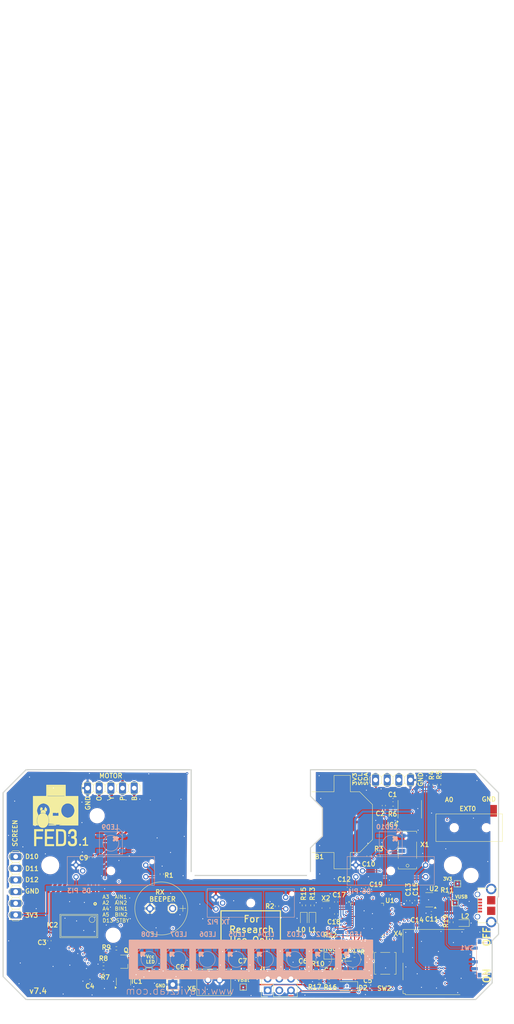
<source format=kicad_pcb>
(kicad_pcb (version 20241229) (generator "pcbnew") (generator_version "9.0")
  (layers (0 "F.Cu" signal) (4 "In1.Cu" signal) (6 "In2.Cu" signal) (2 "B.Cu" signal) (13 "F.Paste" user) (15 "B.Paste" user) (5 "F.SilkS" user "F.Silkscreen") (7 "B.SilkS" user "B.Silkscreen") (1 "F.Mask" user) (3 "B.Mask" user) (25 "Edge.Cuts" user))
  (net 0 "")
  (net 1 "GND")
  (net 2 "Net-(IC4-VDD)")
  (net 3 "Net-(U1-VDDCORE)")
  (net 4 "+3V3")
  (net 5 "/IOs Interface/VCCNEO")
  (net 6 "Net-(U1-PA00{slash}EINT0{slash}SERCOM1.0)")
  (net 7 "Net-(U1-PA01{slash}EINT1{slash}SERCOM1.1)")
  (net 9 "/EN")
  (net 10 "/BLUE")
  (net 11 "/ORANGE")
  (net 12 "/PINK")
  (net 13 "/YELLOW")
  (net 14 "Net-(IC4-XI)")
  (net 15 "Net-(IC4-XO)")
  (net 16 "Net-(LED1-DI)")
  (net 17 "Net-(LED1-DO)")
  (net 18 "Net-(LED2-DO)")
  (net 19 "Net-(LED3-DO)")
  (net 20 "Net-(LED5-DO)")
  (net 21 "Net-(LED6-DO)")
  (net 22 "Net-(LED7-DO)")
  (net 23 "Net-(LED8-DO)")
  (net 24 "Net-(LED10-DI)")
  (net 25 "/controler stage/SCL")
  (net 26 "Net-(PI1-Pad2)")
  (net 27 "Net-(PI2-Pad2)")
  (net 28 "Net-(PI3-Pad2)")
  (net 29 "Net-(CHG0-K)")
  (net 30 "Net-(U3-STAT)")
  (net 31 "Net-(U3-PROG)")
  (net 32 "Net-(L1-K)")
  (net 33 "/controler stage/SDA")
  (net 34 "/controler stage/~{RESET}")
  (net 48 "VUSB")
  (net 51 "Net-(L0-K)")
  (net 55 "RX")
  (net 56 "A0")
  (net 57 "TX")
  (net 58 "D6")
  (net 59 "D5")
  (net 60 "D13")
  (net 61 "Net-(IC1-P$4)")
  (net 62 "A1")
  (net 63 "Net-(LED4-DO)")
  (net 65 "/controler stage/D10")
  (net 66 "/controler stage/AREF")
  (net 67 "/controler stage/SQW")
  (net 68 "D8")
  (net 69 "/controler stage/D11")
  (net 70 "/controler stage/SWCLK")
  (net 71 "/controler stage/SWDIO")
  (net 72 "/controler stage/D12")
  (net 73 "/controler stage/SD_CS")
  (net 74 "D7")
  (net 75 "D+")
  (net 77 "D-")
  (net 78 "/controler stage/SCK")
  (net 79 "/controler stage/MISO")
  (net 80 "A2")
  (net 81 "A5")
  (net 82 "A4")
  (net 83 "A3")
  (net 84 "D9")
  (net 87 "Net-(IC4-VBAT)")
  (net 95 "Net-(L2-A)")
  (net 96 "Net-(R14-Pad1)")
  (net 97 "VBat")
  (net 99 "/controler stage/MOSI")
  (footprint "Button_Switch_SMD:SW_SPST_TL3305B" (layer "F.Cu") (at 177.8 122.125 -90)
    (property "Reference" "SW2")
    (property "Value" "SPST_TACT-KMR2")
  )
  (footprint "Resistor_SMD:R_0402_1005Metric" (layer "F.Cu") (at 165.575168 126.05)
    (property "Reference" "R16")
    (property "Value" "100k")
  )
  (footprint "FED3_PCBLib:1X06" (layer "F.Cu") (at 97.2511 105.2536 -90)
    (property "Reference" "SCREEN0" (hide yes))
    (property "Value" "PINHD-1X6")
  )
  (footprint "TestPoint:TestPoint_Pad_1.0x1.0mm" (layer "F.Cu") (at 193 108.95 90)
    (property "Reference" "TP4" (hide yes))
    (property "Value" "VUSB")
  )
  (footprint "Capacitor_SMD:C_0402_1005Metric" (layer "F.Cu") (at 167.11 111.3875 -90)
    (property "Reference" "C18")
    (property "Value" "22pF")
  )
  (footprint "Capacitor_SMD:C_0402_1005Metric" (layer "F.Cu") (at 167.1 108.7725 90)
    (property "Reference" "C17")
    (property "Value" "22pF")
  )
  (footprint "Resistor_SMD:R_0402_1005Metric" (layer "F.Cu") (at 165.65 122.15)
    (property "Reference" "R10")
    (property "Value" "1k")
  )
  (footprint "Crystal:Crystal_SMD_MicroCrystal_CC8V-T1A-2Pin_2.0x1.2mm" (layer "F.Cu") (at 164.87 110.0975 -90)
    (property "Reference" "X2")
    (property "Value" "uXtal")
  )
  (footprint "Resistor_SMD:R_0402_1005Metric" (layer "F.Cu") (at 179.52 88.3)
    (property "Reference" "R6")
    (property "Value" "1k")
  )
  (footprint "Resistor_SMD:R_0402_1005Metric" (layer "F.Cu") (at 171.1 120.45 180)
    (property "Reference" "R14")
    (property "Value" "1k")
  )
  (footprint "Capacitor_SMD:C_0402_1005Metric" (layer "F.Cu") (at 174.1555 98.8124 90)
    (property "Reference" "C10")
    (property "Value" "1uF")
  )
  (footprint "Resistor_SMD:R_0402_1005Metric" (layer "F.Cu") (at 163.377668 126.05 180)
    (property "Reference" "R17")
    (property "Value" "100k")
  )
  (footprint "Capacitor_SMD:C_0402_1005Metric" (layer "F.Cu") (at 179.5 86.6 180)
    (property "Reference" "C1")
    (property "Value" "10µF")
  )
  (footprint "FED3_PCBLib:CR1220" (layer "F.Cu") (at 168.4151 91.3956 90)
    (property "Reference" "B1")
    (property "Value" "CR1220")
  )
  (footprint "LED_SMD:LED_0603_1608Metric" (layer "F.Cu") (at 194.635 113.36 180)
    (property "Reference" "L2")
    (property "Value" "RED")
  )
  (footprint "LED_SMD:LED_0603_1608Metric" (layer "F.Cu") (at 161.94 112.52 -90)
    (property "Reference" "L1")
    (property "Value" "GREEN")
  )
  (footprint "Resistor_SMD:R_0402_1005Metric" (layer "F.Cu") (at 189.53 83.25 90)
    (property "Reference" "R5")
    (property "Value" "4k7")
  )
  (footprint "Capacitor_SMD:C_0402_1005Metric" (layer "F.Cu") (at 134.5 123.3 90)
    (property "Reference" "C8")
    (property "Value" "1uF")
  )
  (footprint "FED3_PCBLib:TSMT3" (layer "F.Cu") (at 120.9 121.7625 -90)
    (property "Reference" "Q2")
    (property "Value" "DMP2035U-7")
  )
  (footprint "Connector_PinHeader_2.54mm:PinHeader_2x03_P2.54mm_Vertical" (layer "F.Cu") (at 152.175 128.015 90)
    (property "Reference" "J1")
    (property "Value" "Conn_02x03_Odd_Even")
  )
  (footprint "Capacitor_SMD:C_0402_1005Metric" (layer "F.Cu") (at 159.95 123.25 90)
    (property "Reference" "C6")
    (property "Value" "1uF")
  )
  (footprint "Capacitor_SMD:C_0402_1005Metric" (layer "F.Cu") (at 104.6 117.2 -90)
    (property "Reference" "C3")
    (property "Value" "10µF")
  )
  (footprint "Resistor_SMD:R_0402_1005Metric" (layer "F.Cu") (at 167.67 116.025 90)
    (property "Reference" "R12")
    (property "Value" "330R")
  )
  (footprint "FED3_PCBLib:SSOP24" (layer "F.Cu") (at 111.0111 114.0016 180)
    (property "Reference" "IC2")
    (property "Value" "TB6612FNG")
  )
  (footprint "Package_TO_SOT_SMD:SOT-23-5" (layer "F.Cu") (at 169.662668 123.207836)
    (property "Reference" "U3")
    (property "Value" "MCP73831T")
  )
  (footprint "FED3_PCBLib:CRYSTAL_8X3.8" (layer "F.Cu") (at 182.6391 97.4916 -90)
    (property "Reference" "X1")
    (property "Value" "ClockXtal")
  )
  (footprint "Resistor_SMD:R_0402_1005Metric" (layer "F.Cu") (at 116.4 122.3)
    (property "Reference" "R8")
    (property "Value" "4k7")
  )
  (footprint "Package_TO_SOT_SMD:SOT-23-5" (layer "F.Cu") (at 120.75 126.1 90)
    (property "Reference" "IC1")
    (property "Value" "MC74VHC1GT125")
  )
  (footprint "Capacitor_SMD:C_0402_1005Metric" (layer "F.Cu") (at 173.88 105.5875 90)
    (property "Reference" "C19")
    (property "Value" "1uF")
  )
  (footprint "FED3_PCBLib:MICROSD" (layer "F.Cu") (at 181.77 128.9 90)
    (property "Reference" "X4")
    (property "Value" "microsd")
  )
  (footprint "" (layer "F.Cu") (at 196.5011 103.0036)
    (property "Reference" "@HOLE1" (hide yes))
    (property "Value" "")
  )
  (footprint "Resistor_SMD:R_0402_1005Metric" (layer "F.Cu") (at 160.08 109.52 90)
    (property "Reference" "R15")
    (property "Value" "68R")
  )
  (footprint "Resistor_SMD:R_0402_1005Metric" (layer "F.Cu") (at 191.6 107.35 180)
    (property "Reference" "R11")
    (property "Value" "100k")
  )
  (footprint "TestPoint:TestPoint_Pad_1.0x1.0mm" (layer "F.Cu") (at 126.3019 123.766)
    (property "Reference" "TP2" (hide yes))
    (property "Value" "VccNEO" (hide yes))
  )
  (footprint "LED_SMD:LED_0603_1608Metric" (layer "F.Cu") (at 160.05 112.52 -90)
    (property "Reference" "L0")
    (property "Value" "RED")
  )
  (footprint "Package_SO:SO-8_3.9x4.9mm_P1.27mm" (layer "F.Cu") (at 183.1471 88.6016 90)
    (property "Reference" "IC4")
    (property "Value" "RTC PCF8523T")
  )
  (footprint "Capacitor_SMD:C_0402_1005Metric" (layer "F.Cu") (at 184.6 108.45 90)
    (property "Reference" "C15")
    (property "Value" "1uF")
  )
  (footprint "Capacitor_SMD:C_0402_1005Metric" (layer "F.Cu") (at 146.7 123.3 90)
    (property "Reference" "C7")
    (property "Value" "1uF")
  )
  (footprint "" (layer "F.Cu") (at 161.5011 103.0036)
    (property "Reference" "@HOLE2" (hide yes))
    (property "Value" "")
  )
  (footprint "FED3_PCBLib:1X04" (layer "F.Cu") (at 179.5011 82.2256)
    (property "Reference" "AUX_I2C0" (hide yes))
    (property "Value" "DNP")
  )
  (footprint "Capacitor_SMD:C_0402_1005Metric" (layer "F.Cu") (at 113.425 125.95 180)
    (property "Reference" "C4")
    (property "Value" "10µF")
  )
  (footprint "Capacitor_SMD:C_0402_1005Metric" (layer "F.Cu") (at 169.88 105.5875 90)
    (property "Reference" "C12")
    (property "Value" "1uF")
  )
  (footprint "Resistor_SMD:R_0402_1005Metric" (layer "F.Cu") (at 161.94 109.52 90)
    (property "Reference" "R13")
    (property "Value" "68R")
  )
  (footprint "" (layer "F.Cu") (at 192.5451 100.7936)
    (property "Reference" "@HOLE4" (hide yes))
    (property "Value" "")
  )
  (footprint "TestPoint:TestPoint_Pad_1.0x1.0mm" (layer "F.Cu") (at 193.55 104.8 90)
    (property "Reference" "TP1" (hide yes))
    (property "Value" "3V3")
  )
  (footprint "FED3_PCBLib:TQFN48_7MM" (layer "F.Cu") (at 173.85 112.6375 -90)
    (property "Reference" "U1")
    (property "Value" "ATSAMD21G18A")
  )
  (footprint "" (layer "F.Cu") (at 135.5011 103.0036)
    (property "Reference" "@HOLE2" (hide yes))
    (property "Value" "")
  )
  (footprint "Capacitor_SMD:C_0402_1005Metric" (layer "F.Cu") (at 177.5 87.8 90)
    (property "Reference" "C2")
    (property "Value" "10µF")
  )
  (footprint "Resistor_SMD:R_0402_1005Metric" (layer "F.Cu") (at 192.23 113.19 -90)
    (property "Reference" "R19")
    (property "Value" "68R")
  )
  (footprint "Capacitor_SMD:C_0402_1005Metric" (layer "F.Cu") (at 185.1 113.85)
    (property "Reference" "C14")
    (property "Value" "10µF")
  )
  (footprint "FED3_PCBLib:JST-XH-02-PACKAGE-ROUND-PAD" (layer "F.Cu") (at 140.4243 125.7364 180)
    (property "Reference" "X5")
    (property "Value" "JST-XH-02")
  )
  (footprint "Capacitor_SMD:C_0402_1005Metric" (layer "F.Cu") (at 182.8 108.5 90)
    (property "Reference" "C13")
    (property "Value" "10µF")
  )
  (footprint "Resistor_SMD:R_0402_1005Metric" (layer "F.Cu") (at 187.81 83.25 -90)
    (property "Reference" "R4")
    (property "Value" "4k7")
  )
  (footprint "FED3_PCBLib:ZX62D-B-5P8" (layer "F.Cu") (at 200.9 109.55 90)
    (property "Reference" "USB0" (hide yes))
    (property "Value" "USB_MICRO_B")
  )
  (footprint "Resistor_SMD:R_0402_1005Metric" (layer "F.Cu") (at 119.19 118.87)
    (property "Reference" "R9")
    (property "Value" "34k")
  )
  (footprint "" (layer "F.Cu") (at 118.5011 116.0036)
    (property "Reference" "@HOLE6" (hide yes))
    (property "Value" "")
  )
  (footprint "Diode_SMD:D_SOD-123F" (layer "F.Cu") (at 169.588968 127.107836 180)
    (property "Reference" "D2")
    (property "Value" "SM5817PL")
  )
  (footprint "Resistor_SMD:R_0402_1005Metric" (layer "F.Cu") (at 129.1 102.7 90)
    (property "Reference" "R1")
    (property "Value" "1k")
  )
  (footprint "Resistor_SMD:R_0402_1005Metric" (layer "F.Cu") (at 176.3091 98.8436 90)
    (property "Reference" "R3")
    (property "Value" "1k")
  )
  (footprint "Capacitor_SMD:C_0402_1005Metric" (layer "F.Cu") (at 187.85 111.2 180)
    (property "Reference" "C11")
    (property "Value" "10µF")
  )
  (footprint "TestPoint:TestPoint_THTPad_2.0x2.0mm_Drill1.0mm" (layer "F.Cu") (at 131.5 126.75 90)
    (property "Reference" "TP5" (hide yes))
    (property "Value" "GND")
  )
  (footprint "" (layer "F.Cu") (at 104.7881 100.7936)
    (property "Reference" "@HOLE5" (hide yes))
    (property "Value" "")
  )
  (footprint "FED3_PCBLib:Buzzer" (layer "F.Cu") (at 128.9846 110.18 180)
    (property "Reference" "BZ1" (hide yes))
    (property "Value" "Buzzer")
  )
  (footprint "Resistor_SMD:R_0402_1005Metric" (layer "F.Cu") (at 172.95 121.3 90)
    (property "Reference" "R20")
    (property "Value" "1k")
  )
  (footprint "FED3_PCBLib:1X05" (layer "F.Cu") (at 118.0011 84.0036)
    (property "Reference" "MOTOR0" (hide yes))
    (property "Value" "PINHD-1X5")
  )
  (footprint "Capacitor_SMD:C_0402_1005Metric" (layer "F.Cu") (at 165.615168 124.7 180)
    (property "Reference" "C16")
    (property "Value" "10µF")
  )
  (footprint "TestPoint:TestPoint_Pad_1.0x1.0mm" (layer "F.Cu") (at 146.85 127.3 90)
    (property "Reference" "TP3" (hide yes))
    (property "Value" "VBat")
  )
  (footprint "Capacitor_SMD:C_0402_1005Metric" (layer "F.Cu") (at 173.5 124.2 -90)
    (property "Reference" "C5")
    (property "Value" "1uF")
  )
  (footprint "Resistor_SMD:R_0402_1005Metric" (layer "F.Cu") (at 154.2 109.7 90)
    (property "Reference" "R2")
    (property "Value" "1k")
  )
  (footprint "Capacitor_SMD:C_0402_1005Metric" (layer "F.Cu") (at 113.6 99.1 -90)
    (property "Reference" "C9")
    (property "Value" "1uF")
  )
  (footprint "Resistor_SMD:R_0402_1005Metric" (layer "F.Cu") (at 116.4 123.9 180)
    (property "Reference" "R7")
    (property "Value" "DNP")
  )
  (footprint "FED3_PCBLib:35RASMT2BHNTRX" (layer "F.Cu") (at 199.8443 92.6148 180)
    (property "Reference" "EXT0")
    (property "Value" "STEREO_JACK" (hide yes))
  )
  (footprint "Package_TO_SOT_SMD:SOT-23-5" (layer "F.Cu") (at 187.4 108.3 180)
    (property "Reference" "U2")
    (property "Value" "MIC5504-3.3")
  )
  (footprint "" (layer "F.Cu") (at 115.0011 90.0036)
    (property "Reference" "@HOLE0" (hide yes))
    (property "Value" "")
  )
  (footprint "LED_SMD:LED_0603_1608Metric" (layer "F.Cu") (at 165.925 120.475)
    (property "Reference" "CHG0")
    (property "Value" "RED")
  )
  (footprint "FED3_PCBLib:FED_logo" (layer "F.Cu") (at 105.8 90)
    (property "Reference" "G***" (hide yes))
    (property "Value" "LOGO" (hide yes))
  )
  (footprint "FED3_PCBLib:WS2812B" (layer "B.Cu") (at 179.0011 96.0004 180)
    (property "Reference" "LED10")
    (property "Value" "RGBLed" (hide yes))
  )
  (footprint "FED3_PCBLib:WS2812B" (layer "B.Cu") (at 151.7019 121.266 -90)
    (property "Reference" "LED4")
    (property "Value" "RGBLed" (hide yes))
  )
  (footprint "FED3_PCBLib:SSSS811101" (layer "B.Cu") (at 199.45 121.05 -90)
    (property "Reference" "SW1")
    (property "Value" "Sw")
  )
  (footprint "FED3_PCBLib:WS2812B" (layer "B.Cu") (at 118.0011 96.0004 180)
    (property "Reference" "LED9")
    (property "Value" "RGBLed" (hide yes))
  )
  (footprint "FED3_PCBLib:WS2812B" (layer "B.Cu") (at 126.3019 121.266 -90)
    (property "Reference" "LED8")
    (property "Value" "RGBLed" (hide yes))
  )
  (footprint "FED3_PCBLib:WS2812B" (layer "B.Cu") (at 158.0519 121.266 -90)
    (property "Reference" "LED3")
    (property "Value" "RGBLed" (hide yes))
  )
  (footprint "FED3_PCBLib:WS2812B" (layer "B.Cu") (at 170.7519 121.266 -90)
    (property "Reference" "LED1")
    (property "Value" "RGBLed" (hide yes))
  )
  (footprint "FED3_PCBLib:GP1A57HR" (layer "B.Cu") (at 118.0011 102.0036 180)
    (property "Reference" "PI3" (hide yes))
    (property "Value" "GP1A57HR" (hide yes))
  )
  (footprint "FED3_PCBLib:GP1A57HR" (layer "B.Cu") (at 179.0011 102.0036 180)
    (property "Reference" "PI1" (hide yes))
    (property "Value" "GP1A57HR" (hide yes))
  )
  (footprint "FED3_PCBLib:GP1A57HR" (layer "B.Cu") (at 148.5011 109.0036 180)
    (property "Reference" "PI2" (hide yes))
    (property "Value" "GP1A57HR" (hide yes))
  )
  (footprint "FED3_PCBLib:WS2812B" (layer "B.Cu") (at 164.4019 121.266 -90)
    (property "Reference" "LED2")
    (property "Value" "RGBLed" (hide yes))
  )
  (footprint "FED3_PCBLib:WS2812B" (layer "B.Cu") (at 139.0019 121.266 -90)
    (property "Reference" "LED6")
    (property "Value" "RGBLed" (hide yes))
  )
  (footprint "FED3_PCBLib:WS2812B" (layer "B.Cu") (at 132.6519 121.266 -90)
    (property "Reference" "LED7")
    (property "Value" "RGBLed" (hide yes))
  )
  (footprint "FED3_PCBLib:WS2812B" (layer "B.Cu") (at 145.3519 121.266 -90)
    (property "Reference" "LED5")
    (property "Value" "RGBLed" (hide yes))
  )
  (gr_circle (center 114.5671 109.1756) (end 114.8211 109.1756) (stroke (width 0.254)) (fill no) (layer "F.SilkS"))
  (gr_line (start 154.9531 110.6996) (end 154.9531 118.8276) (stroke (width 0.254)) (layer "F.SilkS"))
  (gr_line (start 141.9991 110.6996) (end 154.9531 110.6996) (stroke (width 0.254)) (layer "F.SilkS"))
  (gr_line (start 141.9991 118.8276) (end 141.9991 110.6996) (stroke (width 0.254)) (layer "F.SilkS"))
  (gr_line (start 154.9531 118.8276) (end 141.9991 118.8276) (stroke (width 0.254)) (layer "F.SilkS"))
  (gr_arc (start 87.48776 74.351613) (mid 87.487765 74.351635) (end 87.48777 74.351657) (stroke (width 0.01)) (layer "F.SilkS"))
  (gr_line (start 156.4136 119.8436) (end 157.0486 120.4786) (stroke (width 0.508)) (layer "B.SilkS"))
  (gr_line (start 137.3636 119.8436) (end 137.9986 120.4786) (stroke (width 0.508)) (layer "B.SilkS"))
  (gr_line (start 169.1136 119.8436) (end 169.7486 119.8436) (stroke (width 0.508)) (layer "B.SilkS"))
  (gr_line (start 162.7636 119.8436) (end 163.3986 120.4786) (stroke (width 0.508)) (layer "B.SilkS"))
  (gr_line (start 169.1136 119.8436) (end 169.7486 120.4786) (stroke (width 0.508)) (layer "B.SilkS"))
  (gr_line (start 162.7636 119.8436) (end 163.3986 119.8436) (stroke (width 0.508)) (layer "B.SilkS"))
  (gr_line (start 124.6636 119.8436) (end 125.2986 120.4786) (stroke (width 0.508)) (layer "B.SilkS"))
  (gr_line (start 119.2915 94.7357) (end 119.2915 95.3707) (stroke (width 0.508)) (layer "B.SilkS"))
  (gr_line (start 180.2515 94.7357) (end 179.6165 95.3707) (stroke (width 0.508)) (layer "B.SilkS"))
  (gr_line (start 156.4136 119.8436) (end 156.4136 120.4786) (stroke (width 0.508)) (layer "B.SilkS"))
  (gr_line (start 143.7136 119.8436) (end 144.3486 120.4786) (stroke (width 0.508)) (layer "B.SilkS"))
  (gr_line (start 131.0136 119.8436) (end 131.0136 120.4786) (stroke (width 0.508)) (layer "B.SilkS"))
  (gr_line (start 137.3636 119.8436) (end 137.3636 120.4786) (stroke (width 0.508)) (layer "B.SilkS"))
  (gr_line (start 150.0636 119.8436) (end 150.6986 120.4786) (stroke (width 0.508)) (layer "B.SilkS"))
  (gr_line (start 180.2515 94.7357) (end 180.2515 95.3707) (stroke (width 0.508)) (layer "B.SilkS"))
  (gr_line (start 131.0136 119.8436) (end 131.6486 120.4786) (stroke (width 0.508)) (layer "B.SilkS"))
  (gr_line (start 169.1136 119.8436) (end 169.1136 120.4786) (stroke (width 0.508)) (layer "B.SilkS"))
  (gr_line (start 119.2915 94.7357) (end 118.6565 95.3707) (stroke (width 0.508)) (layer "B.SilkS"))
  (gr_line (start 137.3636 119.8436) (end 137.9986 119.8436) (stroke (width 0.508)) (layer "B.SilkS"))
  (gr_line (start 143.7136 119.8436) (end 144.3486 119.8436) (stroke (width 0.508)) (layer "B.SilkS"))
  (gr_line (start 156.4136 119.8436) (end 157.0486 119.8436) (stroke (width 0.508)) (layer "B.SilkS"))
  (gr_line (start 162.7636 119.8436) (end 162.7636 120.4786) (stroke (width 0.508)) (layer "B.SilkS"))
  (gr_line (start 150.0636 119.8436) (end 150.0636 120.4786) (stroke (width 0.508)) (layer "B.SilkS"))
  (gr_line (start 124.6636 119.8436) (end 124.6636 120.4786) (stroke (width 0.508)) (layer "B.SilkS"))
  (gr_line (start 119.2915 94.7357) (end 118.6565 94.7357) (stroke (width 0.508)) (layer "B.SilkS"))
  (gr_line (start 150.0636 119.8436) (end 150.6986 119.8436) (stroke (width 0.508)) (layer "B.SilkS"))
  (gr_line (start 131.0136 119.8436) (end 131.6486 119.8436) (stroke (width 0.508)) (layer "B.SilkS"))
  (gr_line (start 143.7136 119.8436) (end 143.7136 120.4786) (stroke (width 0.508)) (layer "B.SilkS"))
  (gr_line (start 124.6636 119.8436) (end 125.2986 119.8436) (stroke (width 0.508)) (layer "B.SilkS"))
  (gr_line (start 180.2515 94.7357) (end 179.6165 94.7357) (stroke (width 0.508)) (layer "B.SilkS"))
  (gr_line (start 201.1011 126.4036) (end 201.1011 117.2036) (stroke (width 0.25)) (layer "Edge.Cuts"))
  (gr_line (start 161.5011 103.0036) (end 135.5011 103.0036) (stroke (width 0.25)) (layer "Edge.Cuts"))
  (gr_line (start 161.5011 80.0036) (end 161.5011 85.7516) (stroke (width 0.25)) (layer "Edge.Cuts"))
  (gr_line (start 161.5011 85.7516) (end 164.0971 88.3476) (stroke (width 0.25)) (layer "Edge.Cuts"))
  (gr_line (start 99.5011 80.0036) (end 94.5011 85.0036) (stroke (width 0.25)) (layer "Edge.Cuts"))
  (gr_line (start 202.2211 107.8836) (end 202.5011 107.6036) (stroke (width 0.25)) (layer "Edge.Cuts"))
  (gr_line (start 202.5011 85.0036) (end 197.5011 80.0036) (stroke (width 0.25)) (layer "Edge.Cuts"))
  (gr_line (start 202.2211 113.3236) (end 202.2211 107.8836) (stroke (width 0.25)) (layer "Edge.Cuts"))
  (gr_line (start 202.5011 107.6036) (end 202.5011 85.0036) (stroke (width 0.25)) (layer "Edge.Cuts"))
  (gr_line (start 161.5011 96.9836) (end 161.5011 103.0036) (stroke (width 0.25)) (layer "Edge.Cuts"))
  (gr_line (start 202.5011 113.6036) (end 202.2211 113.3236) (stroke (width 0.25)) (layer "Edge.Cuts"))
  (gr_line (start 135.5011 103.0036) (end 135.5011 80.0036) (stroke (width 0.25)) (layer "Edge.Cuts"))
  (gr_line (start 94.5011 125.0036) (end 99.5011 130.0036) (stroke (width 0.25)) (layer "Edge.Cuts"))
  (gr_line (start 164.0971 88.3476) (end 164.0971 94.4436) (stroke (width 0.25)) (layer "Edge.Cuts"))
  (gr_line (start 197.5011 130.0036) (end 201.1011 126.4036) (stroke (width 0.25)) (layer "Edge.Cuts"))
  (gr_line (start 197.5011 80.0036) (end 161.5011 80.0036) (stroke (width 0.25)) (layer "Edge.Cuts"))
  (gr_line (start 202.5011 115.8036) (end 202.5011 113.6036) (stroke (width 0.25)) (layer "Edge.Cuts"))
  (gr_line (start 94.5011 85.0036) (end 94.5011 125.0036) (stroke (width 0.25)) (layer "Edge.Cuts"))
  (gr_line (start 99.5011 130.0036) (end 197.5011 130.0036) (stroke (width 0.25)) (layer "Edge.Cuts"))
  (gr_line (start 164.0971 94.4436) (end 161.5011 96.9836) (stroke (width 0.25)) (layer "Edge.Cuts"))
  (gr_line (start 201.1011 117.2036) (end 202.5011 115.8036) (stroke (width 0.25)) (layer "Edge.Cuts"))
  (gr_line (start 135.5011 80.0036) (end 99.5011 80.0036) (stroke (width 0.25)) (layer "Edge.Cuts"))
  (gr_text "SCREEN" (at 97.7 96.85 90) (layer "F.SilkS") (effects (font (size 1 1) (thickness 0.2) (bold yes)) (justify left bottom)))
  (gr_text "BEEPER" (at 126.265 108.745 0) (layer "F.SilkS") (effects (font (size 1 1) (thickness 0.2)) (justify left bottom)))
  (gr_text "SCL" (at 172.85 83.55 90) (layer "F.SilkS") (effects (font (size 0.8 1) (thickness 0.2)) (justify left bottom)))
  (gr_text "Y" (at 118.7 86.734524 90) (layer "F.SilkS") (effects (font (size 1 1) (thickness 0.2)) (justify left bottom)))
  (gr_text "B" (at 123.725 86.877381 90) (layer "F.SilkS") (effects (font (size 1 1) (thickness 0.2)) (justify left bottom)))
  (gr_text "MOTOR" (at 115.35 81.9 0) (layer "F.SilkS") (effects (font (size 1 1) (thickness 0.2) (bold yes)) (justify left bottom)))
  (gr_text "D10" (at 99.2 99.475 0) (layer "F.SilkS") (effects (font (size 1 1) (thickness 0.2)) (justify left bottom)))
  (gr_text "ON" (at 200.81 126.6 90) (layer "F.SilkS") (effects (font (size 1.5 1.5) (thickness 0.3)) (justify left bottom)))
  (gr_text "A3  AIN1\nA2  AIN2\nA4  BIN1\nA5  BIN2\nD13 STBY" (at 116.0911 113.2876 0) (layer "F.SilkS") (effects (font (size 0.8 0.8) (thickness 0.13716)) (justify left bottom)))
  (gr_text "GND" (at 198.725 87 0) (layer "F.SilkS") (effects (font (size 1 1) (thickness 0.2)) (justify left bottom)))
  (gr_text "GND" (at 99.2 107 0) (layer "F.SilkS") (effects (font (size 1 1) (thickness 0.2)) (justify left bottom)))
  (gr_text "Vcc\nLED" (at 125.55 122.2 0) (layer "F.SilkS") (effects (font (size 0.7 0.7) (thickness 0.175) (bold yes)) (justify left bottom)))
  (gr_text "For\nResearch\nUse Only" (at 148.6485 117.903 0) (layer "F.SilkS") (effects (font (size 1.42494 1.42494) (thickness 0.25146)) (justify bottom)))
  (gr_text "GND" (at 113.575 88.925 90) (layer "F.SilkS") (effects (font (size 1 1) (thickness 0.2)) (justify left bottom)))
  (gr_text "A0" (at 190.7 87.1 0) (layer "F.SilkS") (effects (font (size 1 1) (thickness 0.2)) (justify left bottom)))
  (gr_text "O" (at 116.025 86.925 90) (layer "F.SilkS") (effects (font (size 1 1) (thickness 0.2)) (justify left bottom)))
  (gr_text "3V3" (at 171.62 83.55 90) (layer "F.SilkS") (effects (font (size 0.8 1) (thickness 0.2)) (justify left bottom)))
  (gr_text "RX" (at 127.575 107.225 0) (layer "F.SilkS") (effects (font (size 1 1) (thickness 0.2)) (justify left bottom)))
  (gr_text "P" (at 121.15 86.877381 90) (layer "F.SilkS") (effects (font (size 1 1) (thickness 0.2)) (justify left bottom)))
  (gr_text "D12" (at 99.2 104.525 0) (layer "F.SilkS") (effects (font (size 1 1) (thickness 0.2)) (justify left bottom)))
  (gr_text "3V3" (at 99.2 112.25 0) (layer "F.SilkS") (effects (font (size 1 1) (thickness 0.2)) (justify left bottom)))
  (gr_text "OFF" (at 200.81 118.62 90) (layer "F.SilkS") (effects (font (size 1.5 1.5) (thickness 0.3)) (justify left bottom)))
  (gr_text "SDA" (at 174.08 83.55 90) (layer "F.SilkS") (effects (font (size 0.8 1) (thickness 0.2)) (justify left bottom)))
  (gr_text ".1" (at 110.7 96.628 0) (layer "F.SilkS") (effects (font (size 1.64084 1.64084) (thickness 0.28956)) (justify left bottom)))
  (gr_text "GND" (at 186.1 83.775 90) (layer "F.SilkS") (effects (font (size 1 1) (thickness 0.2)) (justify left bottom)))
  (gr_text "v7.4" (at 100.1 128.85 0) (layer "F.SilkS") (effects (font (size 1.20904 1.20904) (thickness 0.21336)) (justify left bottom)))
  (gr_text "D11" (at 99.2 102.1 0) (layer "F.SilkS") (effects (font (size 1 1) (thickness 0.2)) (justify left bottom)))
  (gr_text "D6 PI1" (at 174.8 107.05 0) (layer "B.SilkS") (effects (font (size 1 1) (thickness 0.2)) (justify left bottom mirror)))
  (gr_text "TX PI2" (at 144.025 113.725 0) (layer "B.SilkS") (effects (font (size 1 1) (thickness 0.2)) (justify left bottom mirror)))
  (gr_text "D5 PI3" (at 113.775 106.925 0) (layer "B.SilkS") (effects (font (size 1 1) (thickness 0.2)) (justify left bottom mirror)))
  (gr_text "www.kravitzlab.com" (at 144.9573 129.0714 0) (layer "B.SilkS") (effects (font (size 1.63576 1.63576) (thickness 0.14224)) (justify left bottom mirror)))
  (segment (start 112.6361 109.2861) (end 112.6361 110.5816) (width 0.3) (layer "F.Cu") (net 1))
  (segment (start 173.6 116.0925) (end 173.62 116.1125) (width 0.22) (layer "F.Cu") (net 1))
  (segment (start 172.437927 114.640889) (end 173.6 114.640889) (width 0.22) (layer "F.Cu") (net 1))
  (segment (start 168.1 108.2825) (end 168.11 108.2725) (width 0.22) (layer "F.Cu") (net 1))
  (segment (start 175.926918 110.39) (end 177.31 110.39) (width 0.22) (layer "F.Cu") (net 1))
  (segment (start 187.25 108.3) (end 188.4875 108.3) (width 0.35) (layer "F.Cu") (net 1))
  (segment (start 159.235 108.9725) (end 159.21 108.9475) (width 0.22) (layer "F.Cu") (net 1))
  (segment (start 111.9 126) (end 112.895 126) (width 0.25) (layer "F.Cu") (net 1))
  (segment (start 170.4325 111.925) (end 171.553333 111.925) (width 0.22) (layer "F.Cu") (net 1))
  (segment (start 186.691186 111.200543) (end 186.691729 111.2) (width 0.22) (layer "F.Cu") (net 1))
  (segment (start 109 108.7) (end 109.3861 109.0861) (width 0.3) (layer "F.Cu") (net 1))
  (segment (start 162.867668 126.05) (end 162 126.05) (width 0.25) (layer "F.Cu") (net 1))
  (segment (start 186.691729 111.2) (end 187.37 111.2) (width 0.22) (layer "F.Cu") (net 1))
  (segment (start 115.9 122.3) (end 115.2 122.3) (width 0.25) (layer "F.Cu") (net 1))
  (segment (start 166.983986 112.531374) (end 166.983986 111.993514) (width 0.22) (layer "F.Cu") (net 1))
  (segment (start 173.6 114.640889) (end 173.6 116.0925) (width 0.22) (layer "F.Cu") (net 1))
  (segment (start 175.016099 111.300819) (end 175.926918 110.39) (width 0.22) (layer "F.Cu") (net 1))
  (segment (start 167.11 106.9725) (end 167.11 108.2825) (width 0.22) (layer "F.Cu") (net 1))
  (segment (start 112.225 108.875) (end 112.6361 109.2861) (width 0.3) (layer "F.Cu") (net 1))
  (segment (start 173.8 121.9) (end 173.04 121.9) (width 0.22) (layer "F.Cu") (net 1))
  (segment (start 171.553333 111.925) (end 171.57 111.908333) (width 0.22) (layer "F.Cu") (net 1))
  (segment (start 121.7 127.2375) (end 122.9625 127.2375) (width 0.25) (layer "F.Cu") (net 1))
  (segment (start 190.907836 125.407836) (end 191.367332 125.407836) (width 0.25) (layer "F.Cu") (net 1))
  (segment (start 174.12 110.40472) (end 174.12 109.2) (width 0.22) (layer "F.Cu") (net 1))
  (segment (start 109.3861 109.0861) (end 109.3861 110.5816) (width 0.3) (layer "F.Cu") (net 1))
  (segment (start 160.06 108.9725) (end 159.235 108.9725) (width 0.22) (layer "F.Cu") (net 1))
  (segment (start 195.4225 113.36) (end 196.53 113.36) (width 0.22) (layer "F.Cu") (net 1))
  (segment (start 117.949566 118.995) (end 118.074566 118.87) (width 0.22) (layer "F.Cu") (net 1))
  (segment (start 162 126.05) (end 161.95 126.1) (width 0.25) (layer "F.Cu") (net 1))
  (segment (start 162.76 108.9225) (end 161.97 108.9225) (width 0.22) (layer "F.Cu") (net 1))
  (segment (start 165.785 106.9725) (end 167.11 106.9725) (width 0.22) (layer "F.Cu") (net 1))
  (segment (start 190.9 125.4) (end 194.325 125.4) (width 0.25) (layer "F.Cu") (net 1))
  (segment (start 194.325 125.4) (end 194.35 125.375) (width 0.25) (layer "F.Cu") (net 1))
  (segment (start 104.6 117.68) (end 104.6 118.9) (width 0.25) (layer "F.Cu") (net 1))
  (segment (start 167.11 108.2825) (end 168.1 108.2825) (width 0.22) (layer "F.Cu") (net 1))
  (segment (start 118.074566 118.87) (end 118.68 118.87) (width 0.22) (layer "F.Cu") (net 1))
  (segment (start 195.31 128.5) (end 193.6 128.5) (width 0.22) (layer "F.Cu") (net 1))
  (segment (start 190.9 125.4) (end 190.907836 125.407836) (width 0.25) (layer "F.Cu") (net 1))
  (segment (start 122.9625 127.2375) (end 123 127.2) (width 0.25) (layer "F.Cu") (net 1))
  (via (at 197.0345 90.526) (size 0.55) (drill 0.21) (layers "F.Cu" "B.Cu") (net 1))
  (via (at 185.7 117.35) (size 0.55) (drill 0.21) (layers "F.Cu" "B.Cu") (net 1))
  (via (at 163.75 86.25) (size 0.55) (drill 0.21) (layers "F.Cu" "B.Cu") (net 1))
  (via (at 162.76 108.9225) (size 0.55) (drill 0.21) (layers "F.Cu" "B.Cu") (net 1))
  (via (at 138.025 112.425) (size 0.55) (drill 0.21) (layers "F.Cu" "B.Cu") (net 1))
  (via (at 128.5 122.175) (size 0.55) (drill 0.21) (layers "F.Cu" "B.Cu") (net 1))
  (via (at 117.3 86.6) (size 0.55) (drill 0.21) (layers "F.Cu" "B.Cu") (net 1))
  (via (at 108.825 94.375) (size 0.55) (drill 0.21) (layers "F.Cu" "B.Cu") (net 1))
  (via (at 197.41 124.4) (size 0.55) (drill 0.21) (layers "F.Cu" "B.Cu") (net 1))
  (via (at 178.7 104.025) (size 0.55) (drill 0.21) (layers "F.Cu" "B.Cu") (net 1))
  (via (at 185.7 127.35) (size 0.55) (drill 0.21) (layers "F.Cu" "B.Cu") (net 1))
  (via (at 174.625 126.85) (size 0.55) (drill 0.21) (layers "F.Cu" "B.Cu") (net 1))
  (via (at 110.525 112.9) (size 0.55) (drill 0.21) (layers "F.Cu" "B.Cu") (net 1))
  (via (at 109 108.7) (size 0.55) (drill 0.21) (layers "F.Cu" "B.Cu") (net 1))
  (via (at 187.25 108.3) (size 0.55) (drill 0.21) (layers "F.Cu" "B.Cu") (net 1))
  (via (at 188.975 127.5) (size 0.55) (drill 0.21) (layers "F.Cu" "B.Cu") (net 1))
  (via (at 199.075 126.75) (size 0.55) (drill 0.21) (layers "F.Cu" "B.Cu") (net 1))
  (via (at 162.925 120.9) (size 0.55) (drill 0.21) (layers "F.Cu" "B.Cu") (net 1))
  (via (at 145.3 119.5) (size 0.55) (drill 0.21) (layers "F.Cu" "B.Cu") (net 1))
  (via (at 186.975 106) (size 0.55) (drill 0.21) (layers "F.Cu" "B.Cu") (net 1))
  (via (at 128.0831 94.833) (size 0.55) (drill 0.21) (layers "F.Cu" "B.Cu") (net 1))
  (via (at 194.54 115.3) (size 0.55) (drill 0.21) (layers "F.Cu" "B.Cu") (net 1))
  (via (at 174.925 114.575) (size 0.55) (drill 0.21) (layers "F.Cu" "B.Cu") (net 1))
  (via (at 155.05 112.2) (size 0.6) (drill 0.3) (layers "F.Cu" "B.Cu") (net 1))
  (via (at 114.55 112.05) (size 0.55) (drill 0.21) (layers "F.Cu" "B.Cu") (net 1))
  (via (at 112.075 114.975) (size 0.55) (drill 0.21) (layers "F.Cu" "B.Cu") (net 1))
  (via (at 125.2 125.1) (size 0.55) (drill 0.21) (layers "F.Cu" "B.Cu") (net 1))
  (via (at 145.1 125.8) (size 0.55) (drill 0.21) (layers "F.Cu" "B.Cu") (net 1))
  (via (at 173.15 114.5) (size 0.55) (drill 0.21) (layers "F.Cu" "B.Cu") (net 1))
  (via (at 160.3 129.05) (size 0.55) (drill 0.21) (layers "F.Cu" "B.Cu") (net 1))
  (via (at 112.225 108.875) (size 0.55) (drill 0.21) (layers "F.Cu" "B.Cu") (net 1))
  (via (at 137.4 120.6) (size 0.55) (drill 0.21) (layers "F.Cu" "B.Cu") (net 1))
  (via (at 187.9 89.425) (size 0.55) (drill 0.21) (layers "F.Cu" "B.Cu") (net 1))
  (via (at 161.25 119.5) (size 0.55) (drill 0.21) (layers "F.Cu" "B.Cu") (net 1))
  (via (at 158.6 115) (size 0.6) (drill 0.3) (layers "F.Cu" "B.Cu") (net 1))
  (via (at 184.9 88.45) (size 0.55) (drill 0.21) (layers "F.Cu" "B.Cu") (net 1))
  (via (at 198.425 115.325) (size 0.55) (drill 0.21) (layers "F.Cu" "B.Cu") (net 1))
  (via (at 97.025 86.825) (size 0.55) (drill 0.21) (layers "F.Cu" "B.Cu") (net 1))
  (via (at 193.6 128.5) (size 0.55) (drill 0.21) (layers "F.Cu" "B.Cu") (net 1))
  (via (at 103.725 88.225) (size 0.55) (drill 0.21) (layers "F.Cu" "B.Cu") (net 1))
  (via (at 177.875 123.125) (size 0.55) (drill 0.21) (layers "F.Cu" "B.Cu") (net 1))
  (via (at 179.9519 91.0294) (size 0.55) (drill 0.21) (layers "F.Cu" "B.Cu") (net 1))
  (via (at 184.775 124.4) (size 0.55) (drill 0.21) (layers "F.Cu" "B.Cu") (net 1))
  (via (at 185.95 98.2) (size 0.55) (drill 0.21) (layers "F.Cu" "B.Cu") (net 1))
  (via (at 177.05 95.825) (size 0.55) (drill 0.21) (layers "F.Cu" "B.Cu") (net 1))
  (via (at 112.675 123.25) (size 0.55) (drill 0.21) (layers "F.Cu" "B.Cu") (net 1))
  (via (at 122 98.75) (size 0.55) (drill 0.21) (layers "F.Cu" "B.Cu") (net 1))
  (via (at 182.275 115.4) (size 0.55) (drill 0.21) (layers "F.Cu" "B.Cu") (net 1))
  (via (at 152.7 108.7) (size 0.55) (drill 0.21) (layers "F.Cu" "B.Cu") (net 1))
  (via (at 133.2831 86.4156) (size 0.55) (drill 0.21) (layers "F.Cu" "B.Cu") (net 1))
  (via (at 175.7355 91.0294) (size 0.55) (drill 0.21) (layers "F.Cu" "B.Cu") (net 1))
  (via (at 143.7 112.25) (size 0.55) (drill 0.21) (layers "F.Cu" "B.Cu") (net 1))
  (via (at 158.58 112.3325) (size 0.55) (drill 0.21) (layers "F.Cu" "B.Cu") (net 1))
  (via (at 182.3 122.9) (size 0.55) (drill 0.21) (layers "F.Cu" "B.Cu") (net 1))
  (via (at 103.725 98.3) (size 0.55) (drill 0.21) (layers "F.Cu" "B.Cu") (net 1))
  (via (at 166.7 103.7) (size 0.55) (drill 0.21) (layers "F.Cu" "B.Cu") (net 1))
  (via (at 161.125 122.9) (size 0.55) (drill 0.21) (layers "F.Cu" "B.Cu") (net 1))
  (via (at 98.8153 96.7788) (size 0.55) (drill 0.21) (layers "F.Cu" "B.Cu") (net 1))
  (via (at 105.475 83.975) (size 0.55) (drill 0.21) (layers "F.Cu" "B.Cu") (net 1))
  (via (at 129.175 100.975) (size 0.55) (drill 0.21) (layers "F.Cu" "B.Cu") (net 1))
  (via (at 174 96) (size 0.55) (drill 0.21) (layers "F.Cu" "B.Cu") (net 1))
  (via (at 122.225 112.425) (size 0.55) (drill 0.21) (layers "F.Cu" "B.Cu") (net 1))
  (via (at 113.9 129) (size 0.55) (drill 0.21) (layers "F.Cu" "B.Cu") (net 1))
  (via (at 196.34 120.17) (size 0.55) (drill 0.21) (layers "F.Cu" "B.Cu") (net 1))
  (via (at 124.7 120.6) (size 0.55) (drill 0.21) (layers "F.Cu" "B.Cu") (net 1))
  (via (at 169.36 108.9975) (size 0.55) (drill 0.21) (layers "F.Cu" "B.Cu") (net 1))
  (via (at 149.65 120.85) (size 0.55) (drill 0.21) (layers "F.Cu" "B.Cu") (net 1))
  (via (at 194.35 125.375) (size 0.55) (drill 0.21) (layers "F.Cu" "B.Cu") (net 1))
  (via (at 118.575 126.05) (size 0.55) (drill 0.21) (layers "F.Cu" "B.Cu") (net 1))
  (via (at 126.6 86.6) (size 0.55) (drill 0.21) (layers "F.Cu" "B.Cu") (net 1))
  (via (at 167.35 123.225) (size 0.55) (drill 0.21) (layers "F.Cu" "B.Cu") (net 1))
  (via (at 196.1 108.65) (size 0.55) (drill 0.21) (layers "F.Cu" "B.Cu") (net 1))
  (via (at 126.25 80.9) (size 0.55) (drill 0.21) (layers "F.Cu" "B.Cu") (net 1))
  (via (at 132.2 125) (size 0.55) (drill 0.21) (layers "F.Cu" "B.Cu") (net 1))
  (via (at 183.75 118.7) (size 0.55) (drill 0.21) (layers "F.Cu" "B.Cu") (net 1))
  (via (at 134.6 80.8) (size 0.55) (drill 0.21) (layers "F.Cu" "B.Cu") (net 1))
  (via (at 110.775 120) (size 0.55) (drill 0.21) (layers "F.Cu" "B.Cu") (net 1))
  (via (at 133.75 103.05) (size 0.55) (drill 0.21) (layers "F.Cu" "B.Cu") (net 1))
  (via (at 163.4 81.3) (size 0.55) (drill 0.21) (layers "F.Cu" "B.Cu") (net 1))
  (via (at 173.2 110.7) (size 0.55) (drill 0.21) (layers "F.Cu" "B.Cu") (net 1))
  (via (at 197.7991 82.3516) (size 0.55) (drill 0.21) (layers "F.Cu" "B.Cu") (net 1))
  (via (at 119.75 99.75) (size 0.55) (drill 0.21) (layers "F.Cu" "B.Cu") (net 1))
  (via (at 159.21 108.9475) (size 0.55) (drill 0.21) (layers "F.Cu" "B.Cu") (net 1))
  (via (at 100.2631 81.5896) (size 0.55) (drill 0.21) (layers "F.Cu" "B.Cu") (net 1))
  (via (at 131.025 106.9) (size 0.55) (drill 0.21) (layers "F.Cu" "B.Cu") (net 1))
  (via (at 111.8 97.9) (size 0.55) (drill 0.21) (layers "F.Cu" "B.Cu") (net 1))
  (via (at 113.325 80.8) (size 0.55) (drill 0.21) (layers "F.Cu" "B.Cu") (net 1))
  (via (at 191 97.2) (size 0.55) (drill 0.21) (layers "F.Cu" "B.Cu") (net 1))
  (via (at 111.9 126) (size 0.55) (drill 0.21) (layers "F.Cu" "B.Cu") (net 1))
  (via (at 131 98) (size 0.55) (drill 0.21) (layers "F.Cu" "B.Cu") (net 1))
  (via (at 127.5 126.45) (size 0.55) (drill 0.21) (layers "F.Cu" "B.Cu") (net 1))
  (via (at 161.95 126.1) (size 0.55) (drill 0.21) (layers "F.Cu" "B.Cu") (net 1))
  (via (at 189.4 119.55) (size 0.55) (drill 0.21) (layers "F.Cu" "B.Cu") (net 1))
  (via (at 152.025 119.475) (size 0.55) (drill 0.21) (layers "F.Cu" "B.Cu") (net 1))
  (via (at 196.53 113.36) (size 0.55) (drill 0.21) (layers "F.Cu" "B.Cu") (net 1))
  (via (at 166.983986 112.531374) (size 0.55) (drill 0.21) (layers "F.Cu" "B.Cu") (net 1))
  (via (at 99.55 105.45) (size 0.55) (drill 0.21) (layers "F.Cu" "B.Cu") (net 1))
  (via (at 124.3 86.4) (size 0.55) (drill 0.21) (layers "F.Cu" "B.Cu") (net 1))
  (via (at 137.3953 109.2458) (size 0.55) (drill 0.21) (layers "F.Cu" "B.Cu") (net 1))
  (via (at 95.7139 117.2214) (size 0.55) (drill 0.21) (layers "F.Cu" "B.Cu") (net 1))
  (via (at 116.6 127.6) (size 0.55) (drill 0.21) (layers "F.Cu" "B.Cu") (net 1))
  (via (at 139 127.775) (size 0.55) (drill 0.21) (layers "F.Cu" "B.Cu") (net 1))
  (via (at 131.1 120.6) (size 0.55) (drill 0.21) (layers "F.Cu" "B.Cu") (net 1))
  (via (at 155.075 122.9) (size 0.55) (drill 0.21) (layers "F.Cu" "B.Cu") (net 1))
  (via (at 119.4 108.4) (size 0.55) (drill 0.21) (layers "F.Cu" "B.Cu") (net 1))
  (via (at 186.8 81.3) (size 0.55) (drill 0.21) (layers "F.Cu" "B.Cu") (net 1))
  (via (at 178.925 107.2) (size 0.55) (drill 0.21) (layers "F.Cu" "B.Cu") (net 1))
  (via (at 148.325 122.475) (size 0.55) (drill 0.21) (layers "F.Cu" "B.Cu") (net 1))
  (via (at 148.55 129.125) (size 0.55) (drill 0.21) (layers "F.Cu" "B.Cu") (net 1))
  (via (at 165.785 106.9725) (size 0.55) (drill 0.21) (layers "F.Cu" "B.Cu") (net 1))
  (via (at 133.05 111.55) (size 0.55) (drill 0.21) (layers "F.Cu" "B.Cu") (net 1))
  (via (at 105.4 122.8) (size 0.55) (drill 0.21) (layers "F.Cu" "B.Cu") (net 1))
  (via (at 141.875 122.5) (size 0.55) (drill 0.21) (layers "F.Cu" "B.Cu") (net 1))
  (via (at 154.925 119.475) (size 0.55) (drill 0.21) (layers "F.Cu" "B.Cu") (net 1))
  (via (at 107.6 128.8) (size 0.55) (drill 0.21) (layers "F.Cu" "B.Cu") (net 1))
  (via (at 127.85 114.4) (size 0.55) (drill 0.21) (layers "F.Cu" "B.Cu") (net 1))
  (via (at 174.15 103.275) (size 0.55) (drill 0.21) (layers "F.Cu" "B.Cu") (net 1))
  (via (at 173.475 128.925) (size 0.55) (drill 0.21) (layers "F.Cu" "B.Cu") (net 1))
  (via (at 144.7613 108.5092) (size 0.55) (drill 0.21) (layers "F.Cu" "B.Cu") (net 1))
  (via (at 108 112.3) (size 0.55) (drill 0.21) (layers "F.Cu" "B.Cu") (net 1))
  (via (at 104.6 118.9) (size 0.55) (drill 0.21) (layers "F.Cu" "B.Cu") (net 1))
  (via (at 122.1 107.9) (size 0.55) (drill 0.21) (layers "F.Cu" "B.Cu") (net 1))
  (via (at 111.6931 87.0506) (size 0.55) (drill 0.21) (layers "F.Cu" "B.Cu") (net 1))
  (via (at 123 127.2) (size 0.55) (drill 0.21) (layers "F.Cu" "B.Cu") (net 1))
  (via (at 192.66 117.6) (size 0.55) (drill 0.21) (layers "F.Cu" "B.Cu") (net 1))
  (via (at 101.725 110.225) (size 0.55) (drill 0.21) (layers "F.Cu" "B.Cu") (net 1))
  (via (at 186.691186 111.200543) (size 0.55) (drill 0.21) (layers "F.Cu" "B.Cu") (net 1))
  (via (at 114.4 115.2) (size 0.55) (drill 0.21) (layers "F.Cu" "B.Cu") (net 1))
  (via (at 135.3 129.2) (size 0.55) (drill 0.21) (layers "F.Cu" "B.Cu") (net 1))
  (via (at 117.9 109.9) (size 0.55) (drill 0.21) (layers "F.Cu" "B.Cu") (net 1))
  (via (at 134.625 121.45) (size 0.55) (drill 0.21) (layers "F.Cu" "B.Cu") (net 1))
  (via (at 189.95 115.2) (size 0.55) (drill 0.21) (layers "F.Cu" "B.Cu") (net 1))
  (via (at 157.725 121.875) (size 0.55) (drill 0.21) (layers "F.Cu" "B.Cu") (net 1))
  (via (at 111.6931 91.4956) (size 0.55) (drill 0.21) (layers "F.Cu" "B.Cu") (net 1))
  (via (at 184.9695 93.1422) (size 0.55) (drill 0.21) (layers "F.Cu" "B.Cu") (net 1))
  (via (at 115.2 122.3) (size 0.55) (drill 0.21) (layers "F.Cu" "B.Cu") (net 1))
  (via (at 97.9771 126.5476) (size 0.55) (drill 0.21) (layers "F.Cu" "B.Cu") (net 1))
  (via (at 134 94.5) (size 0.55) (drill 0.21) (layers "F.Cu" "B.Cu") (net 1))
  (via (at 117 113.8) (size 0.55) (drill 0.21) (layers "F.Cu" "B.Cu") (net 1))
  (via (at 121.3 86.6) (size 0.55) (drill 0.21) (layers "F.Cu" "B.Cu") (net 1))
  (via (at 109.05 122.525) (size 0.55) (drill 0.21) (layers "F.Cu" "B.Cu") (net 1))
  (via (at 95.6911 94.2896) (size 0.55) (drill 0.21) (layers "F.Cu" "B.Cu") (net 1))
  (via (at 163.5 96.5) (size 0.55) (drill 0.21) (layers "F.Cu" "B.Cu") (net 1))
  (via (at 98.2539 122.0474) (size 0.55) (drill 0.21) (layers "F.Cu" "B.Cu") (net 1))
  (via (at 175.016099 111.300819) (size 0.55) (drill 0.21) (layers "F.Cu" "B.Cu") (net 1))
  (via (at 173.8 121.9) (size 0.55) (drill 0.21) (layers "F.Cu" "B.Cu") (net 1))
  (via (at 115.95 103.1) (size 0.55) (drill 0.21) (layers "F.Cu" "B.Cu") (net 1))
  (via (at 149.875 125.65) (size 0.55) (drill 0.21) (layers "F.Cu" "B.Cu") (net 1))
  (via (at 200.15 99.975) (size 0.55) (drill 0.21) (layers "F.Cu" "B.Cu") (net 1))
  (via (at 174.725 124.725) (size 0.55) (drill 0.21) (layers "F.Cu" "B.Cu") (net 1))
  (via (at 176.9039 84.1714) (size 0.55) (drill 0.21) (layers "F.Cu" "B.Cu") (net 1))
  (via (at 173.6919 84.4554) (size 0.55) (drill 0.21) (layers "F.Cu" "B.Cu") (net 1))
  (via (at 117.949566 118.995) (size 0.55) (drill 0.21) (layers "F.Cu" "B.Cu") (net 1))
  (via (at 170.775 123.25) (size 0.55) (drill 0.21) (layers "F.Cu" "B.Cu") (net 1))
  (via (at 163.5091 102.6716) (size 0.55) (drill 0.21) (layers "F.Cu" "B.Cu") (net 1))
  (via (at 190.9 125.4) (size 0.55) (drill 0.21) (layers "F.Cu" "B.Cu") (net 1))
  (via (at 101.475 92.175) (size 0.55) (drill 0.21) (layers "F.Cu" "B.Cu") (net 1))
  (segment (start 197.25 121) (end 197.123303 120.873303) (width 0.25) (layer "B.Cu") (net 1))
  (segment (start 197.123303 120.873303) (end 195.74 120.873303) (width 0.25) (layer "B.Cu") (net 1))
  (segment (start 197.25 122.25) (end 197 122.5) (width 0.25) (layer "B.Cu") (net 1))
  (segment (start 197.25 121.8) (end 197.25 121) (width 0.25) (layer "B.Cu") (net 1))
  (segment (start 197.25 121.8) (end 197.25 122.25) (width 0.25) (layer "B.Cu") (net 1))
  (segment (start 197 122.5) (end 195.75 122.5) (width 0.25) (layer "B.Cu") (net 1))
  (segment (start 181.2421 86.6516) (end 180.0316 86.6516) (width 0.3048) (layer "F.Cu") (net 2))
  (segment (start 180.03 88.3) (end 180.03 86.65) (width 0.22) (layer "F.Cu") (net 2))
  (segment (start 173.6 109.2) (end 173.6 108.6425) (width 0.22) (layer "F.Cu") (net 3))
  (segment (start 173.6 108.6425) (end 173.88 108.3625) (width 0.22) (layer "F.Cu") (net 3))
  (segment (start 173.88 108.3625) (end 173.88 106.0675) (width 0.22) (layer "F.Cu") (net 3))
  (segment (start 172.625 105.775) (end 172.625 106.325) (width 0.25) (layer "F.Cu") (net 4))
  (segment (start 187.81 82.74) (end 189.53 82.74) (width 0.254) (layer "F.Cu") (net 4))
  (segment (start 111.9861 117.4216) (end 111.9861 116.0336) (width 0.25) (layer "F.Cu") (net 4))
  (segment (start 178.06 109.89) (end 177.34 109.89) (width 0.22) (layer "F.Cu") (net 4))
  (segment (start 186.7456 82.74) (end 187.81 82.74) (width 0.254) (layer "F.Cu") (net 4))
  (segment (start 184.6 115.1) (end 184.6 114.6) (width 0.22) (layer "F.Cu") (net 4))
  (segment (start 192.23 112.68) (end 192.23 111.945) (width 0.22) (layer "F.Cu") (net 4))
  (segment (start 178.9325 109.18) (end 178.2225 109.89) (width 0.25) (layer "F.Cu") (net 4))
  (segment (start 184.28 109) (end 184.35 108.93) (width 0.3) (layer "F.Cu") (net 4))
  (segment (start 104.6 116.72) (end 105.68 116.72) (width 0.25) (layer "F.Cu") (net 4))
  (segment (start 105.68 116.72) (end 106.3664 116.0336) (width 0.25) (layer "F.Cu") (net 4))
  (segment (start 192.81 123.2) (end 190.5 123.2) (width 0.25) (layer "F.Cu") (net 4))
  (segment (start 168.12 112.081102) (end 168.428898 112.39) (width 0.25) (layer "F.Cu") (net 4))
  (segment (start 173.4 117.299813) (end 173.4 117.255) (width 0.22) (layer "F.Cu") (net 4))
  (segment (start 177.8 90.5) (end 177.5 90.2) (width 0.3) (layer "F.Cu") (net 4))
  (segment (start 182.6 109.18) (end 178.9325 109.18) (width 0.25) (layer "F.Cu") (net 4))
  (segment (start 115.89 123.9) (end 115.89 124.535) (width 0.22) (layer "F.Cu") (net 4))
  (segment (start 172.625 106.325) (end 173.4 107.1) (width 0.25) (layer "F.Cu") (net 4))
  (segment (start 184.6 114.6) (end 184.62 114.58) (width 0.22) (layer "F.Cu") (net 4))
  (segment (start 173.12 116.975) (end 173.12 116.1125) (width 0.22) (layer "F.Cu") (net 4))
  (segment (start 113.9361 116.4186) (end 113.5511 116.0336) (width 0.25) (layer "F.Cu") (net 4))
  (segment (start 183.7 109) (end 184.28 109) (width 0.25) (layer "F.Cu") (net 4))
  (segment (start 178.2225 109.89) (end 178.06 109.89) (width 0.25) (layer "F.Cu") (net 4))
  (segment (start 184.92 109.25) (end 186.2625 109.25) (width 0.22) (layer "F.Cu") (net 4))
  (segment (start 108.7361 116.0336) (end 108.7361 117.4216) (width 0.25) (layer "F.Cu") (net 4))
  (segment (start 184.6 108.93) (end 184.92 109.25) (width 0.22) (layer "F.Cu") (net 4))
  (segment (start 182.95 108.93) (end 183.02 109) (width 0.3) (layer "F.Cu") (net 4))
  (segment (start 183.02 109) (end 184.28 109) (width 0.3) (layer "F.Cu") (net 4))
  (segment (start 190.5 123.2) (end 189.6 123.2) (width 0.25) (layer "F.Cu") (net 4))
  (segment (start 173.4 107.1) (end 173.4 108.05) (width 0.25) (layer "F.Cu") (net 4))
  (segment (start 182.8 108.98) (end 182.6 109.18) (width 0.25) (layer "F.Cu") (net 4))
  (segment (start 177.5 90.2) (end 177.5 88.28) (width 0.3) (layer "F.Cu") (net 4))
  (segment (start 168.428898 112.39) (end 170.39 112.39) (width 0.25) (layer "F.Cu") (net 4))
  (segment (start 173.12 108.33) (end 173.12 109.2375) (width 0.25) (layer "F.Cu") (net 4))
  (segment (start 193.55 104.8) (end 192.2 104.8) (width 0.22) (layer "F.Cu") (net 4))
  (segment (start 104.65 116) (end 104.65 116.67) (width 0.25) (layer "F.Cu") (net 4))
  (segment (start 177.5 88.28) (end 178.99 88.28) (width 0.3) (layer "F.Cu") (net 4))
  (segment (start 106.3664 116.0336) (end 111.9861 116.0336) (width 0.25) (layer "F.Cu") (net 4))
  (segment (start 177.5 88.28) (end 176.38 88.28) (width 0.3) (layer "F.Cu") (net 4))
  (segment (start 173.4 108.05) (end 173.12 108.33) (width 0.25) (layer "F.Cu") (net 4))
  (segment (start 175.7811 87.6811) (end 175.7811 82.3156) (width 0.3) (layer "F.Cu") (net 4))
  (segment (start 115.89 124.535) (end 115.65 124.775) (width 0.22) (layer "F.Cu") (net 4))
  (segment (start 176.38 88.28) (end 175.7811 87.6811) (width 0.3) (layer "F.Cu") (net 4))
  (segment (start 184.35 108.93) (end 184.6 108.93) (width 0.3) (layer "F.Cu") (net 4))
  (segment (start 184.62 114.58) (end 184.62 113.85) (width 0.22) (layer "F.Cu") (net 4))
  (segment (start 173.4 117.255) (end 173.12 116.975) (width 0.22) (layer "F.Cu") (net 4))
  (segment (start 113.9361 117.4216) (end 113.9361 116.4186) (width 0.25) (layer "F.Cu") (net 4))
  (segment (start 113.5511 116.0336) (end 111.9861 116.0336) (width 0.25) (layer "F.Cu") (net 4))
  (via (at 183.7 109) (size 0.55) (drill 0.21) (layers "F.Cu" "B.Cu") (net 4))
  (via (at 174.8 106) (size 0.55) (drill 0.21) (layers "F.Cu" "B.Cu") (net 4))
  (via (at 184.625 104.375) (size 0.55) (drill 0.21) (layers "F.Cu" "B.Cu") (net 4))
  (via (at 116.65 105.9) (size 0.55) (drill 0.21) (layers "F.Cu" "B.Cu") (net 4))
  (via (at 177.8 90.5) (size 0.55) (drill 0.21) (layers "F.Cu" "B.Cu") (net 4))
  (via (at 184.6 115.1) (size 0.55) (drill 0.21) (layers "F.Cu" "B.Cu") (net 4))
  (via (at 192.23 111.945) (size 0.55) (drill 0.21) (layers "F.Cu" "B.Cu") (net 4))
  (via (at 104.65 116) (size 0.55) (drill 0.21) (layers "F.Cu" "B.Cu") (net 4))
  (via (at 168.12 112.081102) (size 0.55) (drill 0.21) (layers "F.Cu" "B.Cu") (net 4))
  (via (at 181.9 109.18) (size 0.7) (drill 0.35) (layers "F.Cu" "B.Cu") (net 4))
  (via (at 173.4 117.299813) (size 0.55) (drill 0.21) (layers "F.Cu" "B.Cu") (net 4))
  (via (at 186.6456 82.84) (size 0.55) (drill 0.21) (layers "F.Cu" "B.Cu") (net 4))
  (via (at 193.55 104.8) (size 0.7) (drill 0.3) (layers "F.Cu" "B.Cu") (net 4))
  (via (at 190.525 123.2) (size 0.55) (drill 0.21) (layers "F.Cu" "B.Cu") (net 4))
  (via (at 115.65 124.775) (size 0.55) (drill 0.21) (layers "F.Cu" "B.Cu") (net 4))
  (via (at 172.625 105.775) (size 0.55) (drill 0.21) (layers "F.Cu" "B.Cu") (net 4))
  (via (at 189.625 123.2) (size 0.55) (drill 0.21) (layers "F.Cu" "B.Cu") (net 4))
  (via (at 192.2 104.8) (size 0.55) (drill 0.21) (layers "F.Cu" "B.Cu") (net 4))
  (segment (start 156.1 105.5) (end 156.1 107.7625) (width 0.508) (layer "B.Cu") (net 4))
  (segment (start 127.05 102.2125) (end 127.05 105.6) (width 0.508) (layer "B.Cu") (net 4))
  (segment (start 186.6011 98.7989) (end 186.6011 100.7636) (width 0.254) (layer "B.Cu") (net 4))
  (segment (start 150.925 123.575) (end 151.275 123.225) (width 0.25) (layer "B.Cu") (net 4))
  (segment (start 110.4311 103.3336) (end 110.4311 105.4) (width 0.3) (layer "B.Cu") (net 4))
  (segment (start 104.65 116) (end 104.7 115.95) (width 0.25) (layer "B.Cu") (net 4))
  (segment (start 184.6 108.1) (end 184.6 104.4) (width 0.25) (layer "B.Cu") (net 4))
  (segment (start 151.275 123.225) (end 151.275 106.175) (width 0.25) (layer "B.Cu") (net 4))
  (segment (start 177.8 105.45) (end 178.15 105.8) (width 0.3) (layer "B.Cu") (net 4))
  (segment (start 151.275 106.175) (end 151.65 105.8) (width 0.25) (layer "B.Cu") (net 4))
  (segment (start 184.6 115.1) (end 184.6 109.9) (width 0.25) (layer "B.Cu") (net 4))
  (segment (start 186.6011 100.7636) (end 184.625 102.7397) (width 0.508) (layer "B.Cu") (net 4))
  (segment (start 171.3175 105.3175) (end 171.3175 103.525) (width 0.254) (layer "B.Cu") (net 4))
  (segment (start 104 111.1) (end 103.6 111.5) (width 0.3) (layer "B.Cu") (net 4))
  (segment (start 152.175 125.475) (end 150.925 124.225) (width 0.25) (layer "B.Cu") (net 4))
  (segment (start 103.6 111.5) (end 97.3547 111.5) (width 0.3) (layer "B.Cu") (net 4))
  (segment (start 184.625 102.7397) (end 184.625 104.375) (width 0.508) (layer "B.Cu") (net 4))
  (segment (start 104 105.8) (end 104 111.1) (width 0.3) (layer "B.Cu") (net 4))
  (segment (start 104.7 105.9) (end 104.6 105.8) (width 0.25) (layer "B.Cu") (net 4))
  (segment (start 184.6 121.75) (end 186.05 123.2) (width 0.25) (layer "B.Cu") (net 4))
  (segment (start 186.05 123.2) (end 190.5 123.2) (width 0.25) (layer "B.Cu") (net 4))
  (segment (start 192.23 104.83) (end 192.2 104.8) (width 0.22) (layer "B.Cu") (net 4))
  (segment (start 138.8 105.5) (end 138.8 108.5659) (width 0.508) (layer "B.Cu") (net 4))
  (segment (start 183.7 109) (end 184.6 108.1) (width 0.25) (layer "B.Cu") (net 4))
  (segment (start 171.65 105.65) (end 171.3175 105.3175) (width 0.254) (layer "B.Cu") (net 4))
  (segment (start 177.8 90.5) (end 177.8 105.45) (width 0.3) (layer "B.Cu") (net 4))
  (segment (start 168.12 112.081102) (end 168.12 105.8) (width 0.25) (layer "B.Cu") (net 4))
  (segment (start 186.6 98.7978) (end 186.6011 98.7989) (width 0.254) (layer "B.Cu") (net 4))
  (segment (start 186.6 82.8856) (end 186.6 98.7978) (width 0.254) (layer "B.Cu") (net 4))
  (segment (start 125.6011 100.7636) (end 127.05 102.2125) (width 0.508) (layer "B.Cu") (net 4))
  (segment (start 184.6 115.1) (end 184.6 121.75) (width 0.25) (layer "B.Cu") (net 4))
  (segment (start 184.6 104.4) (end 184.625 104.375) (width 0.25) (layer "B.Cu") (net 4))
  (segment (start 104.7 115.95) (end 104.7 105.9) (width 0.25) (layer "B.Cu") (net 4))
  (segment (start 184.6 109.9) (end 183.7 109) (width 0.25) (layer "B.Cu") (net 4))
  (segment (start 192.23 111.945) (end 192.23 104.83) (width 0.22) (layer "B.Cu") (net 4))
  (segment (start 150.925 124.225) (end 150.925 123.575) (width 0.25) (layer "B.Cu") (net 4))
  (segment (start 186.6456 82.84) (end 186.6 82.8856) (width 0.254) (layer "B.Cu") (net 4))
  (segment (start 138.8 108.5659) (end 140.5377 110.3036) (width 0.508) (layer "B.Cu") (net 4))
  (segment (start 135.5 123.716) (end 135.5748 123.7908) (width 0.508) (layer "F.Cu") (net 5))
  (segment (start 173.988 123.716) (end 174.3 123.716) (width 0.22) (layer "F.Cu") (net 5))
  (segment (start 135.5748 123.7908) (end 139.3908 123.7908) (width 0.508) (layer "F.Cu") (net 5))
  (segment (start 145.3773 123.7908) (end 145.4027 123.8162) (width 0.508) (layer "F.Cu") (net 5))
  (segment (start 174.3 123.716) (end 173.504 123.716) (width 0.22) (layer "F.Cu") (net 5))
  (segment (start 114.5 98.62) (end 113.6 98.62) (width 0.4064) (layer "F.Cu") (net 5))
  (segment (start 122.1 121.7625) (end 122.1 122.8) (width 0.508) (layer "F.Cu") (net 5))
  (segment (start 175.2 99.4) (end 175.0924 99.2924) (width 0.4064) (layer "F.Cu") (net 5))
  (segment (start 158.1027 123.8162) (end 152.1591 123.8162) (width 0.508) (layer "F.Cu") (net 5))
  (segment (start 126.35 123.8) (end 129.4 123.8) (width 0.508) (layer "F.Cu") (net 5))
  (segment (start 121.95 121.6125) (end 122.1 121.7625) (width 0.508) (layer "F.Cu") (net 5))
  (segment (start 139.3908 123.7908) (end 139.4 123.8) (width 0.508) (layer "F.Cu") (net 5))
  (segment (start 121.95 120.55) (end 121.95 121.6125) (width 0.508) (layer "F.Cu") (net 5))
  (segment (start 122.1 122.8) (end 123.1 123.8) (width 0.508) (layer "F.Cu") (net 5))
  (segment (start 139.4 123.8) (end 139.4092 123.7908) (width 0.508) (layer "F.Cu") (net 5))
  (segment (start 123.1 123.8) (end 126.35 123.8) (width 0.508) (layer "F.Cu") (net 5))
  (segment (start 135.416 123.8) (end 129.4 123.8) (width 0.508) (layer "F.Cu") (net 5))
  (segment (start 135.5 123.716) (end 135.416 123.8) (width 0.508) (layer "F.Cu") (net 5))
  (segment (start 175.0924 99.2924) (end 174.1555 99.2924) (width 0.4064) (layer "F.Cu") (net 5))
  (segment (start 145.4027 123.8162) (end 148.0951 123.8162) (width 0.508) (layer "F.Cu") (net 5))
  (segment (start 158.1281 123.8416) (end 158.1027 123.8162) (width 0.508) (layer "F.Cu") (net 5))
  (segment (start 164.1 123.8416) (end 158.1281 123.8416) (width 0.508) (layer "F.Cu") (net 5))
  (segment (start 139.4092 123.7908) (end 145.3773 123.7908) (width 0.508) (layer "F.Cu") (net 5))
  (segment (start 152.1591 123.8162) (end 148.0951 123.8162) (width 0.508) (layer "F.Cu") (net 5))
  (via (at 152.1591 123.8162) (size 0.55) (drill 0.21) (layers "F.Cu" "B.Cu") (net 5))
  (via (at 114.5 98.62) (size 0.55) (drill 0.21) (layers "F.Cu" "B.Cu") (net 5))
  (via (at 148.0951 123.8162) (size 0.55) (drill 0.21) (layers "F.Cu" "B.Cu") (net 5))
  (via (at 135.5 123.716) (size 0.55) (drill 0.21) (layers "F.Cu" "B.Cu") (net 5))
  (via (at 139.4 123.8) (size 0.55) (drill 0.21) (layers "F.Cu" "B.Cu") (net 5))
  (via (at 121.95 120.55) (size 0.55) (drill 0.21) (layers "F.Cu" "B.Cu") (net 5))
  (via (at 164.1 123.8416) (size 0.55) (drill 0.21) (layers "F.Cu" "B.Cu") (net 5))
  (via (at 129.4 123.8) (size 0.55) (drill 0.21) (layers "F.Cu" "B.Cu") (net 5))
  (via (at 175.2 99.4) (size 0.55) (drill 0.21) (layers "F.Cu" "B.Cu") (net 5))
  (via (at 126.35 123.8) (size 0.7) (drill 0.3) (layers "F.Cu" "B.Cu") (net 5))
  (via (at 161.2 123.85) (size 0.55) (drill 0.21) (layers "F.Cu" "B.Cu") (net 5))
  (via (at 174.3 123.716) (size 0.55) (drill 0.21) (layers "F.Cu" "B.Cu") (net 5))
  (segment (start 139.484 123.716) (end 140.6519 123.716) (width 0.4064) (layer "B.Cu") (net 5))
  (segment (start 152.5133 123.716) (end 152.1591 123.8162) (width 0.4064) (layer "B.Cu") (net 5))
  (segment (start 175.2 99.4) (end 175.2 98.7) (width 0.4064) (layer "B.Cu") (net 5))
  (segment (start 147.9949 123.716) (end 148.0951 123.8162) (width 0.4064) (layer "B.Cu") (net 5))
  (segment (start 159.8359 123.85) (end 161.2 123.85) (width 0.4064) (layer "B.Cu") (net 5))
  (segment (start 166.1775 123.8416) (end 167.6359 125.3) (width 0.508) (layer "B.Cu") (net 5))
  (segment (start 114.5 98.62) (end 114.5815 98.62) (width 0.4064) (layer "B.Cu") (net 5))
  (segment (start 164.1 123.8416) (end 166.1775 123.8416) (width 0.508) (layer "B.Cu") (net 5))
  (segment (start 129.4 123.8) (end 128.0359 123.8) (width 0.4064) (layer "B.Cu") (net 5))
  (segment (start 171.3 125.3) (end 172.4019 124.1981) (width 0.508) (layer "B.Cu") (net 5))
  (segment (start 139.4 123.8) (end 139.484 123.716) (width 0.4064) (layer "B.Cu") (net 5))
  (segment (start 135.5 123.716) (end 134.3019 123.716) (width 0.4064) (layer "B.Cu") (net 5))
  (segment (start 114.5815 98.62) (end 115.5511 97.6504) (width 0.4064) (layer "B.Cu") (net 5))
  (segment (start 153.3519 123.716) (end 152.5133 123.716) (width 0.4064) (layer "B.Cu") (net 5))
  (segment (start 167.6359 125.3) (end 171.3 125.3) (width 0.508) (layer "B.Cu") (net 5))
  (segment (start 147.0019 123.716) (end 147.9949 123.716) (width 0.4064) (layer "B.Cu") (net 5))
  (segment (start 174.3 123.716) (end 172.4019 123.716) (width 0.4064) (layer "B.Cu") (net 5))
  (segment (start 175.2 98.7) (end 176.2496 97.6504) (width 0.4064) (layer "B.Cu") (net 5))
  (segment (start 170.4125 109.8875) (end 167.735 109.8875) (width 0.22) (layer "F.Cu") (net 6))
  (segment (start 167.735 109.8875) (end 167.1 109.2525) (width 0.22) (layer "F.Cu") (net 6))
  (segment (start 167.1 109.2525) (end 164.965 109.2525) (width 0.22) (layer "F.Cu") (net 6))
  (segment (start 167.11 110.9075) (end 167.63 110.3875) (width 0.22) (layer "F.Cu") (net 7))
  (segment (start 167.63 110.3875) (end 170.4125 110.3875) (width 0.22) (layer "F.Cu") (net 7))
  (segment (start 165.165 110.9075) (end 167.11 110.9075) (width 0.22) (layer "F.Cu") (net 7))
  (segment (start 188.5375 107.35) (end 191.09 107.35) (width 0.22) (layer "F.Cu") (net 9))
  (segment (start 190.7 108.15) (end 190.7 107.74) (width 0.23) (layer "F.Cu") (net 9))
  (segment (start 190.7 107.74) (end 191.09 107.35) (width 0.23) (layer "F.Cu") (net 9))
  (via (at 190.7 108.15) (size 0.55) (drill 0.21) (layers "F.Cu" "B.Cu") (net 9))
  (segment (start 190.7 108.15) (end 191.1 108.55) (width 0.23) (layer "B.Cu") (net 9))
  (segment (start 191.1 108.55) (end 191.1 117.95) (width 0.23) (layer "B.Cu") (net 9))
  (segment (start 191.95 118.8) (end 197.25 118.8) (width 0.23) (layer "B.Cu") (net 9))
  (segment (start 191.1 117.95) (end 191.95 118.8) (width 0.23) (layer "B.Cu") (net 9))
  (segment (start 113.4 106.4) (end 112.3 107.5) (width 0.508) (layer "F.Cu") (net 10))
  (segment (start 107.4361 108.4639) (end 107.4361 110.5816) (width 0.508) (layer "F.Cu") (net 10))
  (segment (start 123.0811 84.0036) (end 123.0811 91.8618) (width 0.508) (layer "F.Cu") (net 10))
  (segment (start 123.0811 91.8618) (end 113.4 101.5429) (width 0.508) (layer "F.Cu") (net 10))
  (segment (start 108.0861 110.5816) (end 107.4361 110.5816) (width 0.254) (layer "F.Cu") (net 10))
  (segment (start 112.3 107.5) (end 108.4 107.5) (width 0.508) (layer "F.Cu") (net 10))
  (segment (start 108.4 107.5) (end 107.4361 108.4639) (width 0.508) (layer "F.Cu") (net 10))
  (segment (start 113.4 101.5429) (end 113.4 106.4) (width 0.508) (layer "F.Cu") (net 10))
  (segment (start 111 93.8) (end 107.475 97.325) (width 0.508) (layer "F.Cu") (net 11))
  (segment (start 115.4611 86.2611) (end 118 88.8) (width 0.508) (layer "F.Cu") (net 11))
  (segment (start 107.475 103.425) (end 104.1531 106.7469) (width 0.508) (layer "F.Cu") (net 11))
  (segment (start 110.5031 114.7636) (end 111.2651 114.0016) (width 0.508) (layer "F.Cu") (net 11))
  (segment (start 115.4611 84.0036) (end 115.4611 86.2611) (width 0.508) (layer "F.Cu") (net 11))
  (segment (start 104.1531 114.0531) (end 104.8636 114.7636) (width 0.508) (layer "F.Cu") (net 11))
  (segment (start 107.475 97.325) (end 107.475 103.425) (width 0.508) (layer "F.Cu") (net 11))
  (segment (start 111.3667 113.9) (end 111.3667 111.5124) (width 0.508) (layer "F.Cu") (net 11))
  (segment (start 104.1531 106.7469) (end 104.1531 114.0531) (width 0.508) (layer "F.Cu") (net 11))
  (segment (start 118 92.3) (end 116.5 93.8) (width 0.508) (layer "F.Cu") (net 11))
  (segment (start 118 88.8) (end 118 92.3) (width 0.508) (layer "F.Cu") (net 11))
  (segment (start 104.8636 114.7636) (end 110.5031 114.7636) (width 0.508) (layer "F.Cu") (net 11))
  (segment (start 116.5 93.8) (end 111 93.8) (width 0.508) (layer "F.Cu") (net 11))
  (segment (start 111.9861 110.5816) (end 111.3361 110.5816) (width 0.254) (layer "F.Cu") (net 11))
  (segment (start 111.3361 111.4818) (end 111.3361 110.5816) (width 0.254) (layer "F.Cu") (net 11))
  (arc (start 111.2651 114.0016) (mid 111.336942 113.971842) (end 111.3667 113.9) (width 0.508) (layer "F.Cu") (net 11))
  (arc (start 111.3667 111.5124) (mid 111.345063 111.503437) (end 111.3361 111.4818) (width 0.254) (layer "F.Cu") (net 11))
  (segment (start 125.5011 82.0036) (end 124.6975 81.2) (width 0.508) (layer "F.Cu") (net 12))
  (segment (start 120.5411 81.9636) (end 120.5411 84.0036) (width 0.508) (layer "F.Cu") (net 12))
  (segment (start 115 102.5583) (end 125.5011 92.0572) (width 0.508) (layer "F.Cu") (net 12))
  (segment (start 114.5861 110.5816) (end 115 110.1677) (width 0.508) (layer "F.Cu") (net 12))
  (segment (start 125.5011 92.0572) (end 125.5011 82.0036) (width 0.508) (layer "F.Cu") (net 12))
  (segment (start 115 110.1677) (end 115 102.5583) (width 0.508) (layer "F.Cu") (net 12))
  (segment (start 113.9361 110.5816) (end 114.5861 110.5816) (width 0.254) (layer "F.Cu") (net 12))
  (segment (start 121.3047 81.2) (end 120.5411 81.9636) (width 0.508) (layer "F.Cu") (net 12))
  (segment (start 124.6975 81.2) (end 121.3047 81.2) (width 0.508) (layer "F.Cu") (net 12))
  (segment (start 105.925 107.1) (end 108.9283 104.0967) (width 0.508) (layer "F.Cu") (net 13))
  (segment (start 109.9951 111.4616) (end 109.9951 110.6226) (width 0.254) (layer "F.Cu") (net 13))
  (segment (start 106.592 113.392) (end 105.925 112.725) (width 0.508) (layer "F.Cu") (net 13))
  (segment (start 109.9951 112.2236) (end 108.8267 113.392) (width 0.508) (layer "F.Cu") (net 13))
  (segment (start 110.0361 110.5816) (end 110.6861 110.5816) (width 0.254) (layer "F.Cu") (net 13))
  (segment (start 108.9283 104.0967) (end 108.9283 98.1012) (width 0.508) (layer "F.Cu") (net 13))
  (segment (start 120.3 87.7) (end 118.0011 85.4011) (width 0.508) (layer "F.Cu") (net 13))
  (segment (start 108.9283 98.1012) (end 111.5295 95.5) (width 0.508) (layer "F.Cu") (net 13))
  (segment (start 118.0011 85.4011) (end 118.0011 84.0036) (width 0.508) (layer "F.Cu") (net 13))
  (segment (start 105.925 112.725) (end 105.925 107.1) (width 0.508) (layer "F.Cu") (net 13))
  (segment (start 117.1827 95.5) (end 120.3 92.3827) (width 0.508) (layer "F.Cu") (net 13))
  (segment (start 109.9951 111.4616) (end 109.9951 112.2236) (width 0.508) (layer "F.Cu") (net 13))
  (segment (start 120.3 92.3827) (end 120.3 87.7) (width 0.508) (layer "F.Cu") (net 13))
  (segment (start 111.5295 95.5) (end 117.1827 95.5) (width 0.508) (layer "F.Cu") (net 13))
  (segment (start 108.8267 113.392) (end 106.592 113.392) (width 0.508) (layer "F.Cu") (net 13))
  (segment (start 181.0011 93.9036) (end 181.0011 94.7036) (width 0.254) (layer "F.Cu") (net 14))
  (segment (start 181.2421 93.6626) (end 181.0011 93.9036) (width 0.254) (layer "F.Cu") (net 14))
  (segment (start 181.2421 91.1766) (end 181.2421 93.6626) (width 0.254) (layer "F.Cu") (net 14))
  (segment (start 184.0391 94.7416) (end 182.5121 93.2146) (width 0.254) (layer "F.Cu") (net 15))
  (segment (start 182.5121 93.2146) (end 182.5121 91.1766) (width 0.254) (layer "F.Cu") (net 15))
  (segment (start 167.775 118.85) (end 167.775 116.44) (width 0.254) (layer "F.Cu") (net 16))
  (via (at 167.775 118.85) (size 0.55) (drill 0.21) (layers "F.Cu" "B.Cu") (net 16))
  (segment (start 167.775 118.2489) (end 168.3049 117.719) (width 0.254) (layer "B.Cu") (net 16))
  (segment (start 167.775 118.85) (end 167.775 118.2489) (width 0.254) (layer "B.Cu") (net 16))
  (segment (start 168.3049 117.719) (end 171.608999 117.719) (width 0.254) (layer "B.Cu") (net 16))
  (segment (start 171.608999 117.719) (end 172.4019 118.511901) (width 0.254) (layer "B.Cu") (net 16))
  (segment (start 169.1 122.7859) (end 169.1 123.7) (width 0.254) (layer "B.Cu") (net 17))
  (segment (start 166.0519 118.816) (end 166.0519 119.7378) (width 0.254) (layer "B.Cu") (net 17))
  (segment (start 166.0519 119.7378) (end 169.1 122.7859) (width 0.254) (layer "B.Cu") (net 17))
  (segment (start 159.7019 118.816) (end 159.7019 120.0019) (width 0.254) (layer "B.Cu") (net 18))
  (segment (start 162.5 122.8) (end 162.5 123.1456) (width 0.254) (layer "B.Cu") (net 18))
  (segment (start 159.7019 120.0019) (end 162.5 122.8) (width 0.254) (layer "B.Cu") (net 18))
  (segment (start 156.1215 122.4215) (end 156.1215 123.4356) (width 0.254) (layer "B.Cu") (net 19))
  (segment (start 153.3519 119.6519) (end 156.1215 122.4215) (width 0.254) (layer "B.Cu") (net 19))
  (segment (start 153.3519 118.816) (end 153.3519 119.6519) (width 0.254) (layer "B.Cu") (net 19))
  (segment (start 143.6501 122.6501) (end 143.6501 123.6642) (width 0.254) (layer "B.Cu") (net 20))
  (segment (start 140.6519 119.6519) (end 143.6501 122.6501) (width 0.254) (layer "B.Cu") (net 20))
  (segment (start 140.6519 118.816) (end 140.6519 119.6519) (width 0.254) (layer "B.Cu") (net 20))
  (segment (start 137.1 122.6) (end 137.1 123.4641) (width 0.254) (layer "B.Cu") (net 21))
  (segment (start 134.5 120) (end 137.1 122.6) (width 0.254) (layer "B.Cu") (net 21))
  (segment (start 134.5 119.0141) (end 134.5 120) (width 0.254) (layer "B.Cu") (net 21))
  (segment (start 130.8 122.7) (end 130.8 123.5141) (width 0.254) (layer "B.Cu") (net 22))
  (segment (start 128.2 119.0641) (end 128.2 120.1) (width 0.254) (layer "B.Cu") (net 22))
  (segment (start 128.2 120.1) (end 130.8 122.7) (width 0.254) (layer "B.Cu") (net 22))
  (via (at 122.9 97.7) (size 0.55) (drill 0.21) (layers "F.Cu" "B.Cu") (net 23))
  (via (at 123.5 124.6) (size 0.55) (drill 0.21) (layers "F.Cu" "B.Cu") (net 23))
  (segment (start 123.5 124.6) (end 124.075 124.6) (width 0.3) (layer "B.Cu") (net 23))
  (segment (start 124.075 124.6) (end 124.6519 124.0231) (width 0.3) (layer "B.Cu") (net 23))
  (segment (start 122.9 97.7) (end 120.4167 97.7) (width 0.254) (layer "B.Cu") (net 23))
  (via (at 116.7 103.55) (size 0.55) (drill 0.21) (layers "F.Cu" "B.Cu") (net 24))
  (via (at 178.8 97.9) (size 0.55) (drill 0.21) (layers "F.Cu" "B.Cu") (net 24))
  (segment (start 116.5504 94.3504) (end 115.5511 94.3504) (width 0.25) (layer "B.Cu") (net 24))
  (segment (start 116.75 94.55) (end 116.5504 94.3504) (width 0.25) (layer "B.Cu") (net 24))
  (segment (start 178.8 97.9) (end 181.2015 97.9) (width 0.25) (layer "B.Cu") (net 24))
  (segment (start 116.7 103.55) (end 116.75 103.5) (width 0.25) (layer "B.Cu") (net 24))
  (segment (start 116.75 103.5) (end 116.75 94.55) (width 0.25) (layer "B.Cu") (net 24))
  (segment (start 182.85 112.88) (end 181.895 111.925) (width 0.21) (layer "F.Cu") (net 25))
  (segment (start 184.34 83.76) (end 187.81 83.76) (width 0.23) (layer "F.Cu") (net 25))
  (segment (start 188.6356 83.8) (end 188.5956 83.76) (width 0.21) (layer "F.Cu") (net 25))
  (segment (start 183.7821 84.7821) (end 183.7821 86.4166) (width 0.254) (layer "F.Cu") (net 25))
  (segment (start 188.5956 83.76) (end 187.81 83.76) (width 0.21) (layer "F.Cu") (net 25))
  (segment (start 183.75 84.75) (end 183.7821 84.7821) (width 0.254) (layer "F.Cu") (net 25))
  (segment (start 183.75 84.35) (end 184.34 83.76) (width 0.23) (layer "F.Cu") (net 25))
  (segment (start 181.895 111.925) (end 177.345 111.925) (width 0.21) (layer "F.Cu") (net 25))
  (segment (start 183.75 84.75) (end 183.75 84.35) (width 0.23) (layer "F.Cu") (net 25))
  (via (at 183.75 84.75) (size 0.55) (drill 0.21) (layers "F.Cu" "B.Cu") (net 25))
  (via (at 189.3 113) (size 0.55) (drill 0.21) (layers "F.Cu" "B.Cu") (net 25))
  (via (at 182.85 112.88) (size 0.55) (drill 0.21) (layers "F.Cu" "B.Cu") (net 25))
  (via (at 188.6356 83.8) (size 0.55) (drill 0.21) (layers "F.Cu" "B.Cu") (net 25))
  (segment (start 176.3091 101.0409) (end 176.3091 99.3536) (width 0.254) (layer "F.Cu") (net 26))
  (segment (start 186.5611 103.3336) (end 176.7336 103.3336) (width 0.254) (layer "F.Cu") (net 26))
  (segment (start 175.9 102.5) (end 175.9 101.45) (width 0.254) (layer "F.Cu") (net 26))
  (segment (start 176.7336 103.3336) (end 175.9 102.5) (width 0.254) (layer "F.Cu") (net 26))
  (segment (start 175.9 101.45) (end 176.3091 101.0409) (width 0.254) (layer "F.Cu") (net 26))
  (segment (start 154.2 110.21) (end 156.0575 110.21) (width 0.22) (layer "F.Cu") (net 27))
  (segment (start 125.6211 103.2736) (end 129.0364 103.2736) (width 0.254) (layer "F.Cu") (net 28))
  (segment (start 165.1375 122.1475) (end 165.1375 120.475) (width 0.22) (layer "F.Cu") (net 29))
  (segment (start 166.16 122.15) (end 168.417332 122.15) (width 0.22) (layer "F.Cu") (net 30))
  (segment (start 170.800168 122.257836) (end 170.59 122.047668) (width 0.22) (layer "F.Cu") (net 31))
  (segment (start 170.59 122.047668) (end 170.59 120.45) (width 0.22) (layer "F.Cu") (net 31))
  (segment (start 161.94 111.7325) (end 161.94 110.03) (width 0.22) (layer "F.Cu") (net 32))
  (segment (start 189.5478 84.6722) (end 189.4356 84.56) (width 0.21) (layer "F.Cu") (net 33))
  (segment (start 189.5478 84.6722) (end 189.53 84.6544) (width 0.21) (layer "F.Cu") (net 33))
  (segment (start 185.38 84.57) (end 185.0521 84.8979) (width 0.21) (layer "F.Cu") (net 33))
  (segment (start 181.975 112.88) (end 181.97 112.88) (width 0.21) (layer "F.Cu") (net 33))
  (segment (start 189.4456 84.57) (end 189.5478 84.6722) (width 0.21) (layer "F.Cu") (net 33))
  (segment (start 185.38 84.57) (end 189.4456 84.57) (width 0.21) (layer "F.Cu") (net 33))
  (segment (start 185.0521 84.8979) (end 185.0521 86.0266) (width 0.21) (layer "F.Cu") (net 33))
  (segment (start 181.975 112.88) (end 181.52 112.425) (width 0.21) (layer "F.Cu") (net 33))
  (segment (start 181.52 112.425) (end 177.345 112.425) (width 0.21) (layer "F.Cu") (net 33))
  (segment (start 189.53 84.6544) (end 189.53 83.76) (width 0.21) (layer "F.Cu") (net 33))
  (via (at 185.38 84.57) (size 0.55) (drill 0.21) (layers "F.Cu" "B.Cu") (net 33))
  (via (at 181.975 112.88) (size 0.55) (drill 0.21) (layers "F.Cu" "B.Cu") (net 33))
  (via (at 189.9 113.6) (size 0.55) (drill 0.21) (layers "F.Cu" "B.Cu") (net 33))
  (via (at 189.5478 84.6722) (size 0.55) (drill 0.21) (layers "F.Cu" "B.Cu") (net 33))
  (segment (start 179.75 118.075) (end 179.75 116.775) (width 0.21) (layer "F.Cu") (net 34))
  (segment (start 175.12 107.92) (end 175.12 109.2) (width 0.21) (layer "F.Cu") (net 34))
  (segment (start 175.1 107.9) (end 175.12 107.92) (width 0.21) (layer "F.Cu") (net 34))
  (segment (start 179.4 127.6) (end 179.4 125.825) (width 0.21) (layer "F.Cu") (net 34))
  (segment (start 179.3 125.725) (end 179.3 118.525) (width 0.21) (layer "F.Cu") (net 34))
  (via (at 179.75 116.775) (size 0.55) (drill 0.21) (layers "F.Cu" "B.Cu") (net 34))
  (via (at 180.225 108.4) (size 0.55) (drill 0.21) (layers "F.Cu" "B.Cu") (net 34))
  (via (at 179.4 127.6) (size 0.55) (drill 0.21) (layers "F.Cu" "B.Cu") (net 34))
  (via (at 175.1 107.9) (size 0.55) (drill 0.21) (layers "F.Cu" "B.Cu") (net 34))
  (segment (start 179.25 127.75) (end 179.4 127.6) (width 0.21) (layer "B.Cu") (net 34))
  (segment (start 158.575 125.475) (end 160.85 127.75) (width 0.21) (layer "B.Cu") (net 34))
  (segment (start 160.85 127.75) (end 179.25 127.75) (width 0.21) (layer "B.Cu") (net 34))
  (segment (start 157.255 125.475) (end 158.575 125.475) (width 0.21) (layer "B.Cu") (net 34))
  (segment (start 107.4361 118.575) (end 107.4361 117.4216) (width 0.4) (layer "F.Cu") (net 48))
  (segment (start 193 108.95) (end 192.11 108.06) (width 0.22) (layer "F.Cu") (net 48))
  (segment (start 196.5 111.2) (end 192.8 111.2) (width 0.45) (layer "F.Cu") (net 48))
  (segment (start 158.315 129.235) (end 150.91 129.235) (width 0.3) (layer "F.Cu") (net 48))
  (segment (start 120.75 127.2375) (end 120.75 128.425) (width 0.3) (layer "F.Cu") (net 48))
  (segment (start 186.95 127.65) (end 186 128.6) (width 0.5) (layer "F.Cu") (net 48))
  (segment (start 170.988968 127.107836) (end 169.946804 128.15) (width 0.3) (layer "F.Cu") (net 48))
  (segment (start 192.11 108.06) (end 192.11 107.35) (width 0.22) (layer "F.Cu") (net 48))
  (segment (start 169.946804 128.15) (end 159.4 128.15) (width 0.3) (layer "F.Cu") (net 48))
  (segment (start 188.33 115.84) (end 186.95 117.22) (width 0.5) (layer "F.Cu") (net 48))
  (segment (start 193 108.95) (end 192.75 109.2) (width 0.22) (layer "F.Cu") (net 48))
  (segment (start 120.75 126.2) (end 119.8 125.25) (width 0.3) (layer "F.Cu") (net 48))
  (segment (start 188.43 111.2) (end 188.33 111.2) (width 0.5) (layer "F.Cu") (net 48))
  (segment (start 114.1 119.525) (end 114.1 124.925) (width 0.6096) (layer "F.Cu") (net 48))
  (segment (start 159.4 128.15) (end 158.315 129.235) (width 0.3) (layer "F.Cu") (net 48))
  (segment (start 196.85 110.85) (end 196.5 111.2) (width 0.45) (layer "F.Cu") (net 48))
  (segment (start 186 128.6) (end 175 128.6) (width 0.5) (layer "F.Cu") (net 48))
  (segment (start 169.7 123.65) (end 169.7 121.375) (width 0.22) (layer "F.Cu") (net 48))
  (segment (start 107.4361 118.575) (end 107.4361 123.7611) (width 0.6096) (layer "F.Cu") (net 48))
  (segment (start 170.988968 125.688968) (end 170.800168 125.500168) (width 0.3) (layer "F.Cu") (net 48))
  (segment (start 113.75 124.575) (end 114.1 124.925) (width 0.6096) (layer "F.Cu") (net 48))
  (segment (start 170.800168 124.157836) (end 170.207836 124.157836) (width 0.22) (layer "F.Cu") (net 48))
  (segment (start 188.63 111.2) (end 188.63 109.3425) (width 0.35) (layer "F.Cu") (net 48))
  (segment (start 150.91 129.235) (end 150.125 128.45) (width 0.3) (layer "F.Cu") (net 48))
  (segment (start 173.507836 127.107836) (end 170.988968 127.107836) (width 0.5) (layer "F.Cu") (net 48))
  (segment (start 170.207836 124.157836) (end 169.7 123.65) (width 0.22) (layer "F.Cu") (net 48))
  (segment (start 192.75 111.15) (end 192.8 111.2) (width 0.22) (layer "F.Cu") (net 48))
  (segment (start 108.25 124.575) (end 113.75 124.575) (width 0.6096) (layer "F.Cu") (net 48))
  (segment (start 169.7 121.375) (end 168.8 120.475) (width 0.22) (layer "F.Cu") (net 48))
  (segment (start 186.95 117.22) (end 186.95 127.65) (width 0.5) (layer "F.Cu") (net 48))
  (segment (start 168.8 120.475) (end 166.7125 120.475) (width 0.22) (layer "F.Cu") (net 48))
  (segment (start 108.0861 117.4216) (end 107.4361 117.4216) (width 0.254) (layer "F.Cu") (net 48))
  (segment (start 170.800168 125.500168) (end 170.800168 124.157836) (width 0.3) (layer "F.Cu") (net 48))
  (segment (start 119.8 124.9625) (end 119.8 122.8125) (width 0.3) (layer "F.Cu") (net 48))
  (segment (start 114.1 127.85) (end 114.1 124.925) (width 0.3) (layer "F.Cu") (net 48))
  (segment (start 107.4361 123.7611) (end 108.25 124.575) (width 0.6096) (layer "F.Cu") (net 48))
  (segment (start 120.75 126.2) (end 120.75 127.2375) (width 0.3) (layer "F.Cu") (net 48))
  (segment (start 175 128.6) (end 173.507836 127.107836) (width 0.5) (layer "F.Cu") (net 48))
  (segment (start 170.988968 127.107836) (end 170.988968 125.688968) (width 0.3) (layer "F.Cu") (net 48))
  (segment (start 150.125 128.45) (end 114.7 128.45) (width 0.3) (layer "F.Cu") (net 48))
  (segment (start 188.33 111.2) (end 188.33 115.84) (width 0.5) (layer "F.Cu") (net 48))
  (segment (start 198.25 110.85) (end 196.85 110.85) (width 0.45) (layer "F.Cu") (net 48))
  (segment (start 114.5861 119.0389) (end 114.1 119.525) (width 0.6096) (layer "F.Cu") (net 48))
  (segment (start 114.5861 118.5139) (end 114.5861 119.0389) (width 0.6096) (layer "F.Cu") (net 48))
  (segment (start 114.7 128.45) (end 114.1 127.85) (width 0.3) (layer "F.Cu") (net 48))
  (segment (start 114.5861 118.5139) (end 114.5861 117.4216) (width 0.4) (layer "F.Cu") (net 48))
  (segment (start 192.8 111.2) (end 188.33 111.2) (width 0.45) (layer "F.Cu") (net 48))
  (segment (start 192.75 109.2) (end 192.75 111.15) (width 0.22) (layer "F.Cu") (net 48))
  (via (at 193 108.95) (size 0.7) (drill 0.3) (layers "F.Cu" "B.Cu") (net 48))
  (segment (start 160.05 111.6325) (end 160.05 110.04) (width 0.22) (layer "F.Cu") (net 51))
  (segment (start 131.50503 114.475628) (end 131.5 114.470598) (width 0.22) (layer "F.Cu") (net 55))
  (segment (start 172.62 117.305313) (end 172.62 116.1125) (width 0.22) (layer "F.Cu") (net 55))
  (segment (start 172.615854 117.309459) (end 172.62 117.305313) (width 0.22) (layer "F.Cu") (net 55))
  (via (at 172.615854 117.309459) (size 0.55) (drill 0.21) (layers "F.Cu" "B.Cu") (net 55))
  (via (at 165.35 114.475) (size 0.55) (drill 0.21) (layers "F.Cu" "B.Cu") (net 55))
  (via (at 131.50503 114.475628) (size 0.55) (drill 0.21) (layers "F.Cu" "B.Cu") (net 55))
  (segment (start 172.2 116.1) (end 166 116.1) (width 0.22) (layer "B.Cu") (net 55))
  (segment (start 165.35 115.45) (end 165.35 114.475) (width 0.22) (layer "B.Cu") (net 55))
  (segment (start 172.615854 117.309459) (end 172.615854 116.515854) (width 0.22) (layer "B.Cu") (net 55))
  (segment (start 166 116.1) (end 165.35 115.45) (width 0.22) (layer "B.Cu") (net 55))
  (segment (start 172.615854 116.515854) (end 172.2 116.1) (width 0.22) (layer "B.Cu") (net 55))
  (segment (start 191.3 90.9) (end 191.3 89.3841) (width 0.21) (layer "F.Cu") (net 56))
  (segment (start 169.3 111.025) (end 169.435 110.89) (width 0.21) (layer "F.Cu") (net 56))
  (segment (start 169.435 110.89) (end 170.36 110.89) (width 0.21) (layer "F.Cu") (net 56))
  (via (at 191.3 90.9) (size 0.55) (drill 0.21) (layers "F.Cu" "B.Cu") (net 56))
  (via (at 190.403067 112.333007) (size 0.55) (drill 0.21) (layers "F.Cu" "B.Cu") (net 56))
  (via (at 169.3 111.025) (size 0.55) (drill 0.21) (layers "F.Cu" "B.Cu") (net 56))
  (segment (start 172.12 116.675) (end 172.12 116.1125) (width 0.22) (layer "F.Cu") (net 57))
  (segment (start 170.25 119.35) (end 171.7 117.9) (width 0.22) (layer "F.Cu") (net 57))
  (segment (start 171.7 117.095) (end 172.12 116.675) (width 0.22) (layer "F.Cu") (net 57))
  (segment (start 171.7 117.9) (end 171.7 117.095) (width 0.22) (layer "F.Cu") (net 57))
  (via (at 142.35 119.55) (size 0.55) (drill 0.21) (layers "F.Cu" "B.Cu") (net 57))
  (via (at 170.25 119.35) (size 0.55) (drill 0.21) (layers "F.Cu" "B.Cu") (net 57))
  (segment (start 179.178408 113.644953) (end 178.958455 113.425) (width 0.22) (layer "F.Cu") (net 58))
  (segment (start 178.958455 113.425) (end 177.325 113.425) (width 0.22) (layer "F.Cu") (net 58))
  (via (at 176.7 102) (size 0.55) (drill 0.21) (layers "F.Cu" "B.Cu") (net 58))
  (via (at 179.178408 113.644953) (size 0.55) (drill 0.21) (layers "F.Cu" "B.Cu") (net 58))
  (segment (start 176.7 102) (end 176.6964 102.0036) (width 0.22) (layer "B.Cu") (net 58))
  (segment (start 176.6964 102.0036) (end 172.8511 102.0036) (width 0.22) (layer "B.Cu") (net 58))
  (segment (start 176.847512 117.147512) (end 176.62 116.92) (width 0.22) (layer "F.Cu") (net 59))
  (segment (start 177 117.147512) (end 176.847512 117.147512) (width 0.22) (layer "F.Cu") (net 59))
  (segment (start 176.62 116.92) (end 176.62 116.15) (width 0.22) (layer "F.Cu") (net 59))
  (via (at 113.075 122.1) (size 0.55) (drill 0.21) (layers "F.Cu" "B.Cu") (net 59))
  (via (at 177 117.147512) (size 0.55) (drill 0.21) (layers "F.Cu" "B.Cu") (net 59))
  (segment (start 117.15 119.495) (end 116.91 119.735) (width 0.22) (layer "F.Cu") (net 60))
  (segment (start 160.06 116.2) (end 160.05 116.19) (width 0.22) (layer "F.Cu") (net 60))
  (segment (start 116.91 122.3) (end 116.91 123.9) (width 0.3) (layer "F.Cu") (net 60))
  (segment (start 119.8 127.2375) (end 117.4375 127.2375) (width 0.3) (layer "F.Cu") (net 60))
  (segment (start 177.925 114.925) (end 177.325 114.925) (width 0.22) (layer "F.Cu") (net 60))
  (segment (start 116.91 126.71) (end 116.91 123.9) (width 0.3) (layer "F.Cu") (net 60))
  (segment (start 160.05 116.19) (end 160.05 113.3075) (width 0.22) (layer "F.Cu") (net 60))
  (segment (start 111.6 118.875) (end 111.3361 118.6111) (width 0.22) (layer "F.Cu") (net 60))
  (segment (start 117.4375 127.2375) (end 116.91 126.71) (width 0.3) (layer "F.Cu") (net 60))
  (segment (start 111.3361 118.6111) (end 111.3361 117.4216) (width 0.22) (layer "F.Cu") (net 60))
  (segment (start 178.205779 115.205779) (end 177.925 114.925) (width 0.22) (layer "F.Cu") (net 60))
  (segment (start 178.205779 115.7) (end 178.205779 115.205779) (width 0.22) (layer "F.Cu") (net 60))
  (segment (start 116.91 119.735) (end 116.91 122.3) (width 0.22) (layer "F.Cu") (net 60))
  (via (at 178.205779 115.7) (size 0.55) (drill 0.21) (layers "F.Cu" "B.Cu") (net 60))
  (via (at 117.15 119.495) (size 0.55) (drill 0.21) (layers "F.Cu" "B.Cu") (net 60))
  (via (at 111.6 118.875) (size 0.55) (drill 0.21) (layers "F.Cu" "B.Cu") (net 60))
  (via (at 160.06 116.2) (size 0.55) (drill 0.21) (layers "F.Cu" "B.Cu") (net 60))
  (segment (start 120.8 124.7) (end 120.8 121.9125) (width 0.3) (layer "F.Cu") (net 61))
  (segment (start 120.8 121.9125) (end 119.7 120.8125) (width 0.3) (layer "F.Cu") (net 61))
  (segment (start 119.7 120.8125) (end 119.7 118.8725) (width 0.3) (layer "F.Cu") (net 61))
  (segment (start 121.0625 124.9625) (end 120.8 124.7) (width 0.3) (layer "F.Cu") (net 61))
  (segment (start 121.7 124.9625) (end 121.0625 124.9625) (width 0.3) (layer "F.Cu") (net 61))
  (segment (start 167.475012 115.220012) (end 167.475012 113.324988) (width 0.22) (layer "F.Cu") (net 62))
  (segment (start 167.77 115.515) (end 167.475012 115.220012) (width 0.22) (layer "F.Cu") (net 62))
  (segment (start 167.475012 113.324988) (end 167.91 112.89) (width 0.22) (layer "F.Cu") (net 62))
  (segment (start 167.91 112.89) (end 170.39 112.89) (width 0.22) (layer "F.Cu") (net 62))
  (segment (start 147.2 119.9) (end 149.8 122.5) (width 0.254) (layer "B.Cu") (net 63))
  (segment (start 147.2 119.4565) (end 147.2 119.9) (width 0.254) (layer "B.Cu") (net 63))
  (segment (start 149.8 122.5) (end 149.8 123.4641) (width 0.254) (layer "B.Cu") (net 63))
  (segment (start 146.8251 119.0816) (end 147.2 119.4565) (width 0.254) (layer "B.Cu") (net 63))
  (segment (start 178.225 114.425) (end 177.325 114.425) (width 0.22) (layer "F.Cu") (net 65))
  (segment (start 178.809985 115.009985) (end 178.225 114.425) (width 0.22) (layer "F.Cu") (net 65))
  (segment (start 178.809985 115.17479) (end 178.809985 115.009985) (width 0.22) (layer "F.Cu") (net 65))
  (via (at 120.15 113.83) (size 0.55) (drill 0.21) (layers "F.Cu" "B.Cu") (net 65))
  (via (at 178.809985 115.17479) (size 0.55) (drill 0.21) (layers "F.Cu" "B.Cu") (net 65))
  (via (at 119.75 104.3) (size 0.55) (drill 0.21) (layers "F.Cu" "B.Cu") (net 65))
  (segment (start 169.875244 111.3875) (end 170.4125 111.3875) (width 0.22) (layer "F.Cu") (net 66))
  (segment (start 169.575244 111.6875) (end 169.875244 111.3875) (width 0.22) (layer "F.Cu") (net 66))
  (segment (start 169.885 106.8975) (end 169.885 106.0725) (width 0.22) (layer "F.Cu") (net 66))
  (segment (start 168.9 111.6875) (end 169.575244 111.6875) (width 0.22) (layer "F.Cu") (net 66))
  (via (at 168.9 111.6875) (size 0.55) (drill 0.21) (layers "F.Cu" "B.Cu") (net 66))
  (via (at 169.885 106.8975) (size 0.55) (drill 0.21) (layers "F.Cu" "B.Cu") (net 66))
  (segment (start 168.9 111.6875) (end 168.78 111.6875) (width 0.22) (layer "B.Cu") (net 66))
  (segment (start 169.335 106.8975) (end 169.885 106.8975) (width 0.22) (layer "B.Cu") (net 66))
  (segment (start 168.61 107.6225) (end 169.335 106.8975) (width 0.22) (layer "B.Cu") (net 66))
  (segment (start 168.78 111.6875) (end 168.61 111.5175) (width 0.22) (layer "B.Cu") (net 66))
  (segment (start 168.61 111.5175) (end 168.61 107.6225) (width 0.22) (layer "B.Cu") (net 66))
  (segment (start 169.85 114.925) (end 170.4325 114.925) (width 0.22) (layer "F.Cu") (net 68))
  (segment (start 169.35 115.425) (end 169.85 114.925) (width 0.22) (layer "F.Cu") (net 68))
  (segment (start 169.27 115.425) (end 169.35 115.425) (width 0.22) (layer "F.Cu") (net 68))
  (segment (start 161.977136 115.748717) (end 161.94 115.711581) (width 0.22) (layer "F.Cu") (net 68))
  (segment (start 161.94 115.711581) (end 161.94 113.3075) (width 0.22) (layer "F.Cu") (net 68))
  (via (at 169.27 115.425) (size 0.55) (drill 0.21) (layers "F.Cu" "B.Cu") (net 68))
  (via (at 161.977136 115.748717) (size 0.55) (drill 0.21) (layers "F.Cu" "B.Cu") (net 68))
  (segment (start 177.55 115.6) (end 177.375 115.425) (width 0.22) (layer "F.Cu") (net 69))
  (segment (start 177.375 115.425) (end 177.325 115.425) (width 0.22) (layer "F.Cu") (net 69))
  (segment (start 177.55 116.3) (end 177.55 115.6) (width 0.22) (layer "F.Cu") (net 69))
  (via (at 177.55 116.3) (size 0.55) (drill 0.21) (layers "F.Cu" "B.Cu") (net 69))
  (via (at 177.15 107.1) (size 0.55) (drill 0.21) (layers "F.Cu" "B.Cu") (net 69))
  (segment (start 172.62 107.78) (end 172.62 109.2) (width 0.22) (layer "F.Cu") (net 70))
  (segment (start 172.65 107.75) (end 172.62 107.78) (width 0.22) (layer "F.Cu") (net 70))
  (via (at 172.65 107.75) (size 0.55) (drill 0.21) (layers "F.Cu" "B.Cu") (net 70))
  (via (at 172 128.35) (size 0.55) (drill 0.21) (layers "F.Cu" "B.Cu") (net 70))
  (segment (start 171.854393 128.204393) (end 159.754393 128.204393) (width 0.22) (layer "B.Cu") (net 70))
  (segment (start 153.49 126.7) (end 152.175 128.015) (width 0.22) (layer "B.Cu") (net 70))
  (segment (start 159.754393 128.204393) (end 158.25 126.7) (width 0.22) (layer "B.Cu") (net 70))
  (segment (start 172 128.35) (end 171.854393 128.204393) (width 0.22) (layer "B.Cu") (net 70))
  (segment (start 158.25 126.7) (end 153.49 126.7) (width 0.22) (layer "B.Cu") (net 70))
  (segment (start 172.12 108.195) (end 172.12 109.2) (width 0.22) (layer "F.Cu") (net 71))
  (segment (start 171.7125 107.7875) (end 172.12 108.195) (width 0.22) (layer "F.Cu") (net 71))
  (via (at 169.45 127.05) (size 0.55) (drill 0.21) (layers "F.Cu" "B.Cu") (net 71))
  (via (at 171.7125 107.7875) (size 0.55) (drill 0.21) (layers "F.Cu" "B.Cu") (net 71))
  (segment (start 178.602855 113.925) (end 177.325 113.925) (width 0.22) (layer "F.Cu") (net 72))
  (segment (start 179.174262 114.496407) (end 178.602855 113.925) (width 0.22) (layer "F.Cu") (net 72))
  (via (at 118.6 112.5) (size 0.55) (drill 0.21) (layers "F.Cu" "B.Cu") (net 72))
  (via (at 179.174262 114.496407) (size 0.55) (drill 0.21) (layers "F.Cu" "B.Cu") (net 72))
  (via (at 118.6 107) (size 0.55) (drill 0.21) (layers "F.Cu" "B.Cu") (net 72))
  (segment (start 169.6653 119.077686) (end 169.6653 118.9847) (width 0.22) (layer "F.Cu") (net 73))
  (segment (start 169.6653 120.4847) (end 169.6653 119.622314) (width 0.22) (layer "F.Cu") (net 73))
  (segment (start 169.6653 119.622314) (end 169.644 119.601014) (width 0.22) (layer "F.Cu") (net 73))
  (segment (start 171.12 117.53) (end 171.12 116.1125) (width 0.22) (layer "F.Cu") (net 73))
  (segment (start 188.865168 121) (end 192.01 121) (width 0.25) (layer "F.Cu") (net 73))
  (segment (start 169.6653 118.9847) (end 171.12 117.53) (width 0.22) (layer "F.Cu") (net 73))
  (segment (start 169.644 119.601014) (end 169.644 119.098986) (width 0.22) (layer "F.Cu") (net 73))
  (segment (start 169.644 119.098986) (end 169.6653 119.077686) (width 0.22) (layer "F.Cu") (net 73))
  (via (at 169.6653 120.4847) (size 0.55) (drill 0.21) (layers "F.Cu" "B.Cu") (net 73))
  (via (at 188.865168 121) (size 0.55) (drill 0.21) (layers "F.Cu" "B.Cu") (net 73))
  (segment (start 181 127.45) (end 181.66 127.45) (width 0.21) (layer "F.Cu") (net 74))
  (segment (start 180.525 112.925) (end 177.325 112.925) (width 0.21) (layer "F.Cu") (net 74))
  (segment (start 181 113.4) (end 180.525 112.925) (width 0.21) (layer "F.Cu") (net 74))
  (via (at 181 113.4) (size 0.55) (drill 0.21) (layers "F.Cu" "B.Cu") (net 74))
  (via (at 181 127.45) (size 0.55) (drill 0.21) (layers "F.Cu" "B.Cu") (net 74))
  (segment (start 178.604756 110.95) (end 179.229756 110.325) (width 0.21) (layer "F.Cu") (net 75))
  (segment (start 179.229756 110.325) (end 179.3 110.325) (width 0.21) (layer "F.Cu") (net 75))
  (segment (start 194.5 109.55) (end 198.2885 109.55) (width 0.21) (layer "F.Cu") (net 75))
  (segment (start 177.907501 110.925) (end 177.932501 110.95) (width 0.21) (layer "F.Cu") (net 75))
  (segment (start 177.345 110.925) (end 177.907501 110.925) (width 0.21) (layer "F.Cu") (net 75))
  (segment (start 177.932501 110.95) (end 178.604756 110.95) (width 0.21) (layer "F.Cu") (net 75))
  (segment (start 194.45 109.6) (end 194.5 109.55) (width 0.21) (layer "F.Cu") (net 75))
  (via (at 194.45 109.6) (size 0.55) (drill 0.21) (layers "F.Cu" "B.Cu") (net 75))
  (via (at 179.3 110.325) (size 0.55) (drill 0.21) (layers "F.Cu" "B.Cu") (net 75))
  (segment (start 179.3 111.4) (end 177.932501 111.4) (width 0.21) (layer "F.Cu") (net 77))
  (segment (start 179.4 111.3) (end 179.3 111.4) (width 0.21) (layer "F.Cu") (net 77))
  (segment (start 177.932501 111.4) (end 177.907501 111.425) (width 0.21) (layer "F.Cu") (net 77))
  (segment (start 177.907501 111.425) (end 177.345 111.425) (width 0.21) (layer "F.Cu") (net 77))
  (segment (start 195.3 110.2) (end 198.2885 110.2) (width 0.21) (layer "F.Cu") (net 77))
  (via (at 195.3 110.2) (size 0.55) (drill 0.21) (layers "F.Cu" "B.Cu") (net 77))
  (via (at 179.4 111.3) (size 0.55) (drill 0.21) (layers "F.Cu" "B.Cu") (net 77))
  (segment (start 190.4 124.3) (end 190.35 124.25) (width 0.25) (layer "F.Cu") (net 78))
  (segment (start 192.41 124.3) (end 190.4 124.3) (width 0.25) (layer "F.Cu") (net 78))
  (segment (start 174.62 120.98) (end 174.62 116.1125) (width 0.22) (layer "F.Cu") (net 78))
  (segment (start 174.4 121.2) (end 174.62 120.98) (width 0.22) (layer "F.Cu") (net 78))
  (via (at 190.35 124.25) (size 0.55) (drill 0.21) (layers "F.Cu" "B.Cu") (net 78))
  (via (at 174.4 121.2) (size 0.55) (drill 0.21) (layers "F.Cu" "B.Cu") (net 78))
  (segment (start 192.41 126.5) (end 190.875 126.5) (width 0.25) (layer "F.Cu") (net 79))
  (segment (start 175.05 121.65) (end 175.12 121.58) (width 0.22) (layer "F.Cu") (net 79))
  (segment (start 175.12 121.58) (end 175.12 116.1125) (width 0.22) (layer "F.Cu") (net 79))
  (via (at 175.05 121.65) (size 0.55) (drill 0.21) (layers "F.Cu" "B.Cu") (net 79))
  (via (at 190.875 126.5) (size 0.55) (drill 0.21) (layers "F.Cu" "B.Cu") (net 79))
  (segment (start 169.05 113.425) (end 170.4325 113.425) (width 0.22) (layer "F.Cu") (net 80))
  (segment (start 168.95 113.525) (end 169.05 113.425) (width 0.22) (layer "F.Cu") (net 80))
  (segment (start 112.475 121.4) (end 113.2861 120.5889) (width 0.22) (layer "F.Cu") (net 80))
  (segment (start 113.2861 120.5889) (end 113.2861 117.4216) (width 0.22) (layer "F.Cu") (net 80))
  (via (at 168.95 113.525) (size 0.55) (drill 0.21) (layers "F.Cu" "B.Cu") (net 80))
  (via (at 169.356276 117.097) (size 0.55) (drill 0.21) (layers "F.Cu" "B.Cu") (net 80))
  (via (at 112.475 121.4) (size 0.55) (drill 0.21) (layers "F.Cu" "B.Cu") (net 80))
  (segment (start 108.85 118.8) (end 109.3861 118.2639) (width 0.22) (layer "F.Cu") (net 81))
  (segment (start 171.62 108.685) (end 171.62 109.2) (width 0.22) (layer "F.Cu") (net 81))
  (segment (start 171.135 108.2) (end 171.62 108.685) (width 0.22) (layer "F.Cu") (net 81))
  (segment (start 109.3861 118.2639) (end 109.3861 117.4216) (width 0.22) (layer "F.Cu") (net 81))
  (segment (start 170.85 108.2) (end 171.135 108.2) (width 0.22) (layer "F.Cu") (net 81))
  (via (at 166.625 114.825) (size 0.55) (drill 0.21) (layers "F.Cu" "B.Cu") (net 81))
  (via (at 108.85 118.8) (size 0.55) (drill 0.21) (layers "F.Cu" "B.Cu") (net 81))
  (via (at 170.85 108.2) (size 0.55) (drill 0.21) (layers "F.Cu" "B.Cu") (net 81))
  (segment (start 170.85 114.075) (end 170.425 114.5) (width 0.22) (layer "B.Cu") (net 81))
  (segment (start 166.95 114.5) (end 166.625 114.825) (width 0.22) (layer "B.Cu") (net 81))
  (segment (start 170.425 114.5) (end 166.95 114.5) (width 0.22) (layer "B.Cu") (net 81))
  (segment (start 170.85 108.2) (end 170.85 114.075) (width 0.22) (layer "B.Cu") (net 81))
  (segment (start 109.65 119.225) (end 110.0361 118.8389) (width 0.22) (layer "F.Cu") (net 82))
  (segment (start 168.6 116.830314) (end 168.6 115.095) (width 0.22) (layer "F.Cu") (net 82))
  (segment (start 169.295 114.8) (end 169.67 114.425) (width 0.22) (layer "F.Cu") (net 82))
  (segment (start 168.895 114.8) (end 169.295 114.8) (width 0.22) (layer "F.Cu") (net 82))
  (segment (start 169.67 114.425) (end 170.4325 114.425) (width 0.22) (layer "F.Cu") (net 82))
  (segment (start 168.6 115.095) (end 168.895 114.8) (width 0.22) (layer "F.Cu") (net 82))
  (segment (start 110.0361 118.8389) (end 110.0361 117.4216) (width 0.22) (layer "F.Cu") (net 82))
  (segment (start 168.625143 116.855457) (end 168.6 116.830314) (width 0.22) (layer "F.Cu") (net 82))
  (via (at 168.625143 116.855457) (size 0.55) (drill 0.21) (layers "F.Cu" "B.Cu") (net 82))
  (via (at 109.65 119.225) (size 0.55) (drill 0.21) (layers "F.Cu" "B.Cu") (net 82))
  (segment (start 112.6361 119.4389) (end 112.6361 117.4216) (width 0.22) (layer "F.Cu") (net 83))
  (segment (start 168.65 114.225) (end 169.225 114.225) (width 0.22) (layer "F.Cu") (net 83))
  (segment (start 168.2 113.775) (end 168.65 114.225) (width 0.22) (layer "F.Cu") (net 83))
  (segment (start 169.56 113.89) (end 170.39 113.89) (width 0.22) (layer "F.Cu") (net 83))
  (segment (start 111.975 120.1) (end 112.6361 119.4389) (width 0.22) (layer "F.Cu") (net 83))
  (segment (start 169.225 114.225) (end 169.56 113.89) (width 0.22) (layer "F.Cu") (net 83))
  (via (at 166.4 116.9) (size 0.55) (drill 0.21) (layers "F.Cu" "B.Cu") (net 83))
  (via (at 168.2 113.775) (size 0.55) (drill 0.21) (layers "F.Cu" "B.Cu") (net 83))
  (via (at 111.975 120.1) (size 0.55) (drill 0.21) (layers "F.Cu" "B.Cu") (net 83))
  (segment (start 170.3 115.5575) (end 170.4325 115.425) (width 0.22) (layer "F.Cu") (net 84))
  (segment (start 163.887668 126.05) (end 165.065168 126.05) (width 0.25) (layer "F.Cu") (net 84))
  (segment (start 170.3 117) (end 170.3 115.5575) (width 0.22) (layer "F.Cu") (net 84))
  (via (at 170.3 117) (size 0.55) (drill 0.21) (layers "F.Cu" "B.Cu") (net 84))
  (via (at 164.55 126.05) (size 0.55) (drill 0.21) (layers "F.Cu" "B.Cu") (net 84))
  (segment (start 183.7821 89.2679) (end 183.7821 91.1766) (width 0.3048) (layer "F.Cu") (net 87))
  (segment (start 169.6301 98.406) (end 171.2599 98.406) (width 0.508) (layer "F.Cu") (net 87))
  (segment (start 183.7596 89.2454) (end 183.7821 89.2679) (width 0.3048) (layer "F.Cu") (net 87))
  (segment (start 183.7596 89.1096) (end 183.7596 89.2454) (width 0.3048) (layer "F.Cu") (net 87))
  (via (at 183.7596 89.1096) (size 0.55) (drill 0.21) (layers "F.Cu" "B.Cu") (net 87))
  (via (at 171.2599 98.406) (size 0.55) (drill 0.21) (layers "F.Cu" "B.Cu") (net 87))
  (segment (start 183.7596 89.1096) (end 172.8904 89.1096) (width 0.508) (layer "B.Cu") (net 87))
  (segment (start 172.8904 89.1096) (end 171.2599 90.7401) (width 0.508) (layer "B.Cu") (net 87))
  (segment (start 171.2599 90.7401) (end 171.2599 98.406) (width 0.508) (layer "B.Cu") (net 87))
  (segment (start 193.5075 113.7) (end 193.8475 113.36) (width 0.22) (layer "F.Cu") (net 95))
  (segment (start 192.23 113.7) (end 193.5075 113.7) (width 0.22) (layer "F.Cu") (net 95))
  (segment (start 172.95 120.79) (end 172.61 120.45) (width 0.22) (layer "F.Cu") (net 96))
  (segment (start 172.61 120.45) (end 171.61 120.45) (width 0.22) (layer "F.Cu") (net 96))
  (segment (start 168.188968 124.494036) (end 168.525168 124.157836) (width 0.3) (layer "F.Cu") (net 97))
  (segment (start 160.167164 126.75) (end 160.525 127.107836) (width 0.3) (layer "F.Cu") (net 97))
  (segment (start 166.095168 126.903004) (end 166.095168 124.7) (width 0.22) (layer "F.Cu") (net 97))
  (segment (start 168.188968 126.857836) (end 168.188968 124.494036) (width 0.3) (layer "F.Cu") (net 97))
  (segment (start 160.525 127.107836) (end 167.938968 127.107836) (width 0.3) (layer "F.Cu") (net 97))
  (segment (start 139.1543 125.7364) (end 139.1543 126.7293) (width 0.3) (layer "F.Cu") (net 97))
  (segment (start 139.1543 126.7293) (end 139.8 127.375) (width 0.3) (layer "F.Cu") (net 97))
  (segment (start 166.3 127.107836) (end 166.095168 126.903004) (width 0.22) (layer "F.Cu") (net 97))
  (segment (start 168.0288 127.072836) (end 166.335 127.072836) (width 0.22) (layer "F.Cu") (net 97))
  (segment (start 150.35 126.75) (end 160.167164 126.75) (width 0.3) (layer "F.Cu") (net 97))
  (segment (start 139.8 127.375) (end 149.725 127.375) (width 0.3) (layer "F.Cu") (net 97))
  (segment (start 166.335 127.072836) (end 166.3 127.107836) (width 0.22) (layer "F.Cu") (net 97))
  (segment (start 149.725 127.375) (end 150.35 126.75) (width 0.3) (layer "F.Cu") (net 97))
  (via (at 146.85 127.35) (size 0.7) (drill 0.3) (layers "F.Cu" "B.Cu") (net 97))
  (segment (start 174.12 120.412199) (end 174.12 116.1125) (width 0.22) (layer "F.Cu") (net 99))
  (segment (start 188.875 122.1) (end 192.41 122.1) (width 0.25) (layer "F.Cu") (net 99))
  (segment (start 173.97288 120.559319) (end 174.12 120.412199) (width 0.22) (layer "F.Cu") (net 99))
  (via (at 188.875 122.1) (size 0.55) (drill 0.21) (layers "F.Cu" "B.Cu") (net 99))
  (via (at 173.97288 120.559319) (size 0.55) (drill 0.21) (layers "F.Cu" "B.Cu") (net 99))
  (zone (net 0) (net_name "") (layer "F.Cu") (connect_pads (clearance 0)) (min_thickness 0.2032)
    (keepout (tracks allowed) (vias allowed) (pads allowed) (copperpour not_allowed) (footprints allowed))
    (fill (thermal_gap 0.4564) (thermal_bridge_width 0.4564))
    (polygon (pts (xy 117.2 127.4) (xy 117.2 128.2) (xy 117.5 128.2) (xy 117.5 127.4)))
  )
  (zone (net 0) (net_name "") (layer "F.Cu") (connect_pads (clearance 0)) (min_thickness 0.25)
    (keepout (tracks allowed) (vias allowed) (pads allowed) (copperpour not_allowed) (footprints allowed))
    (fill (thermal_gap 0.5) (thermal_bridge_width 0.5))
    (polygon (pts (xy 191.6 120.2) (xy 191.6 123) (xy 189.6 123) (xy 189.5 122.9) (xy 189.5 120.2)))
  )
  (zone (net 0) (net_name "") (layers "F.Cu" "B.Cu" "In1.Cu" "In2.Cu") (connect_pads (clearance 0)) (min_thickness 0.25)
    (keepout (tracks allowed) (vias allowed) (pads allowed) (copperpour not_allowed) (footprints allowed))
    (fill (thermal_gap 0.5) (thermal_bridge_width 0.5))
    (polygon (pts (xy 114.2 85.5) (xy 114.2 82.6) (xy 124.9 82.6) (xy 124.9 85.5)))
  )
  (zone (net 0) (net_name "") (layers "F.Cu" "B.Cu" "In1.Cu" "In2.Cu") (connect_pads (clearance 0)) (min_thickness 0.25)
    (keepout (tracks allowed) (vias allowed) (pads allowed) (copperpour not_allowed) (footprints allowed))
    (fill (thermal_gap 0.5) (thermal_bridge_width 0.5))
    (polygon (pts (xy 174.65 80.55) (xy 174.65 83.75) (xy 182.2 83.75) (xy 182.2 80.5)))
  )
  (zone (net 0) (net_name "") (layers "F.Cu" "B.Cu" "In1.Cu" "In2.Cu") (connect_pads (clearance 0)) (min_thickness 0.25)
    (keepout (tracks allowed) (vias allowed) (pads allowed) (copperpour not_allowed) (footprints allowed))
    (fill (thermal_gap 0.5) (thermal_bridge_width 0.5))
    (polygon (pts (xy 95.8 98) (xy 98.7 98) (xy 98.7 105.9) (xy 95.8 105.9)))
  )
  (zone (net 1) (net_name "GND") (layers "F.Cu" "B.Cu" "In1.Cu" "In2.Cu") (connect_pads (clearance 0.000001)) (min_thickness 0.2032) (fill yes (thermal_gap 0.4564) (thermal_bridge_width 0.4564))
    (polygon (pts (xy 134.5 103.8) (xy 162.65 103.825) (xy 162.6729 80.4936) (xy 197.360268 80.7436) (xy 200.7043 84.812632) (xy 200.75 125.925) (xy 196.975 129.65) (xy 99.766932 129.475) (xy 95.2979 124.630968) (xy 95.2979 85.012632) (xy 99.9 80.425) (xy 134.6793 80.6936)))
  )
  (zone (net 0) (net_name "") (layers "F.Cu" "B.Cu" "In1.Cu" "In2.Cu") (connect_pads (clearance 0)) (min_thickness 0.25)
    (keepout (tracks allowed) (vias allowed) (pads allowed) (copperpour not_allowed) (footprints allowed))
    (fill (thermal_gap 0.5) (thermal_bridge_width 0.5))
    (polygon (pts (xy 200.925 125.394423) (xy 197.810817 125.394423) (xy 197.810817 123.878177) (xy 196.75 123.878177) (xy 196.75 118.241385) (xy 197.672463 118.2434) (xy 197.672463 116.694774) (xy 200.925 116.694774) (xy 200.925 116.875)))
  )
  (zone (net 0) (net_name "") (layers "F.Cu" "B.Cu" "In1.Cu" "In2.Cu") (connect_pads (clearance 0)) (min_thickness 0.25)
    (keepout (tracks allowed) (vias allowed) (pads allowed) (copperpour not_allowed) (footprints allowed))
    (fill (thermal_gap 0.5) (thermal_bridge_width 0.5))
    (polygon (pts (xy 150.4 128.4) (xy 159.097 128.4) (xy 159.05 123.7) (xy 150.4 123.7)))
  )
  (zone (net 0) (net_name "") (layers "F.Cu" "B.Cu" "In1.Cu" "In2.Cu") (connect_pads (clearance 0)) (min_thickness 0.25)
    (keepout (tracks allowed) (vias allowed) (pads allowed) (copperpour not_allowed) (footprints allowed))
    (fill (thermal_gap 0.5) (thermal_bridge_width 0.5))
    (polygon (pts (xy 95.8 107.6) (xy 98.7 107.6) (xy 98.7 112.7) (xy 95.8 112.7)))
  )
  (zone (net 0) (net_name "") (layers "F.Cu" "B.Cu" "In1.Cu" "In2.Cu") (connect_pads (clearance 0)) (min_thickness 0.25)
    (keepout (tracks allowed) (vias allowed) (pads allowed) (copperpour not_allowed) (footprints allowed))
    (fill (thermal_gap 0.5) (thermal_bridge_width 0.5))
    (polygon (pts (xy 202.5 114) (xy 197.95 114) (xy 197.925 113.975) (xy 197.925 105.625) (xy 202.625 105.625) (xy 202.65 105.65) (xy 202.65 113.85)))
  )
  (zone (net 0) (net_name "") (layers "F.Cu" "In1.Cu") (connect_pads (clearance 0)) (min_thickness 0.2032)
    (keepout (tracks allowed) (vias allowed) (pads allowed) (copperpour not_allowed) (footprints allowed))
    (fill (thermal_gap 0.4564) (thermal_bridge_width 0.4564))
    (polygon (pts (xy 184.85 92.25) (xy 181.15 92.25) (xy 181.15 90.6) (xy 184.85 90.6)))
  )
  (zone (net 0) (net_name "") (layers "F.Cu" "In1.Cu") (connect_pads (clearance 0)) (min_thickness 0.2032)
    (keepout (tracks allowed) (vias allowed) (pads allowed) (copperpour not_allowed) (footprints allowed))
    (fill (thermal_gap 0.4564) (thermal_bridge_width 0.4564))
    (polygon (pts (xy 180.3945 100.8698) (xy 180.3945 93.638086) (xy 185.091659 93.635278) (xy 185.0895 100.8698)))
  )
  (zone (net 0) (net_name "") (layers "F.Cu" "In1.Cu") (connect_pads (clearance 0)) (min_thickness 0.2032)
    (keepout (tracks allowed) (vias allowed) (pads allowed) (copperpour not_allowed) (footprints allowed))
    (fill (thermal_gap 0.4564) (thermal_bridge_width 0.4564))
    (polygon (pts (xy 185 86.85) (xy 181.3 86.85) (xy 181.3 85.2) (xy 185 85.2)))
  )
  (zone (net 0) (net_name "") (layers "F.Cu" "In1.Cu") (connect_pads (clearance 0)) (min_thickness 0.2032)
    (keepout (tracks allowed) (vias allowed) (pads allowed) (copperpour not_allowed) (footprints allowed))
    (fill (thermal_gap 0.4564) (thermal_bridge_width 0.4564))
    (polygon (pts (xy 163.690478 107.655) (xy 167.572192 107.655) (xy 167.575 112.352159) (xy 163.690478 112.351)))
  )
  (zone (net 0) (net_name "") (layers "F.Cu" "In1.Cu") (connect_pads (clearance 0)) (min_thickness 0.2032)
    (keepout (tracks allowed) (vias allowed) (pads allowed) (copperpour not_allowed) (footprints allowed))
    (fill (thermal_gap 0.4564) (thermal_bridge_width 0.4564))
    (polygon (pts (xy 167.1 109.5) (xy 170.8 109.5) (xy 170.8 110.7) (xy 167.1 110.7)))
  )
  (zone (net 4) (net_name "+3V3") (layer "B.Cu") (priority 1) (connect_pads (clearance 0.025)) (min_thickness 0.25) (fill yes (thermal_gap 0.5) (thermal_bridge_width 0.5))
    (polygon (pts (xy 185 105.25) (xy 185.026614 109.101247) (xy 184.327861 109.8) (xy 181.77 109.8) (xy 181.39 109.42) (xy 181.39 106.39) (xy 103.8 106.39) (xy 103.8 105.2)))
  )
  (zone (net 0) (net_name "") (layer "B.SilkS") (connect_pads (clearance 0.23)) (min_thickness 0.25) (fill yes (thermal_gap 0.5) (thermal_bridge_width 0.5))
    (polygon (pts (xy 121.9177 123.6084) (xy 175.1412 123.6084) (xy 175.1412 125.5926) (xy 121.9177 125.5926)))
  )
  (zone (net 0) (net_name "") (layer "B.SilkS") (connect_pads (clearance 0.23)) (min_thickness 0.25) (fill yes (thermal_gap 0.5) (thermal_bridge_width 0.5))
    (polygon (pts (xy 166.8962 116.9697) (xy 168.2804 116.9697) (xy 168.2804 125.5623) (xy 166.8962 125.5623)))
  )
  (zone (net 0) (net_name "") (layer "B.SilkS") (connect_pads (clearance 0.23)) (min_thickness 0.25) (fill yes (thermal_gap 0.5) (thermal_bridge_width 0.5))
    (polygon (pts (xy 173.2676 116.966) (xy 175.1461 116.966) (xy 175.1461 125.5586) (xy 173.2676 125.5586)))
  )
  (zone (net 0) (net_name "") (layer "B.SilkS") (connect_pads (clearance 0.23)) (min_thickness 0.25) (fill yes (thermal_gap 0.5) (thermal_bridge_width 0.5))
    (polygon (pts (xy 154.1158 117) (xy 155.5 117) (xy 155.5 125.5926) (xy 154.1158 125.5926)))
  )
  (zone (net 0) (net_name "") (layer "B.SilkS") (connect_pads (clearance 0.23)) (min_thickness 0.25) (fill yes (thermal_gap 0.5) (thermal_bridge_width 0.5))
    (polygon (pts (xy 121.9177 117) (xy 123.9019 117) (xy 123.9019 125.5926) (xy 121.9177 125.5926)))
  )
  (zone (net 0) (net_name "") (layer "B.SilkS") (connect_pads (clearance 0.23)) (min_thickness 0.25) (fill yes (thermal_gap 0.5) (thermal_bridge_width 0.5))
    (polygon (pts (xy 160.5079 117) (xy 161.8921 117) (xy 161.8921 125.5926) (xy 160.5079 125.5926)))
  )
  (zone (net 0) (net_name "") (layer "B.SilkS") (connect_pads (clearance 0.23)) (min_thickness 0.25) (fill yes (thermal_gap 0.5) (thermal_bridge_width 0.5))
    (polygon (pts (xy 121.9226 116.9861) (xy 175.1461 116.9861) (xy 175.1461 118.9703) (xy 121.9226 118.9703)))
  )
  (zone (net 0) (net_name "") (layer "B.SilkS") (connect_pads (clearance 0.23)) (min_thickness 0.25) (fill yes (thermal_gap 0.5) (thermal_bridge_width 0.5))
    (polygon (pts (xy 135.1158 117) (xy 136.5 117) (xy 136.5 125.5926) (xy 135.1158 125.5926)))
  )
  (zone (net 0) (net_name "") (layer "B.SilkS") (connect_pads (clearance 0.23)) (min_thickness 0.25) (fill yes (thermal_gap 0.5) (thermal_bridge_width 0.5))
    (polygon (pts (xy 141.5158 117) (xy 142.9 117) (xy 142.9 125.5926) (xy 141.5158 125.5926)))
  )
  (zone (net 0) (net_name "") (layer "B.SilkS") (connect_pads (clearance 0.23)) (min_thickness 0.25) (fill yes (thermal_gap 0.5) (thermal_bridge_width 0.5))
    (polygon (pts (xy 147.8177 117) (xy 149.2019 117) (xy 149.2019 125.5926) (xy 147.8177 125.5926)))
  )
  (zone (net 0) (net_name "") (layer "B.SilkS") (connect_pads (clearance 0.23)) (min_thickness 0.25) (fill yes (thermal_gap 0.5) (thermal_bridge_width 0.5))
    (polygon (pts (xy 128.7677 117) (xy 130.1519 117) (xy 130.1519 125.5926) (xy 128.7677 125.5926)))
  )
)
</source>
